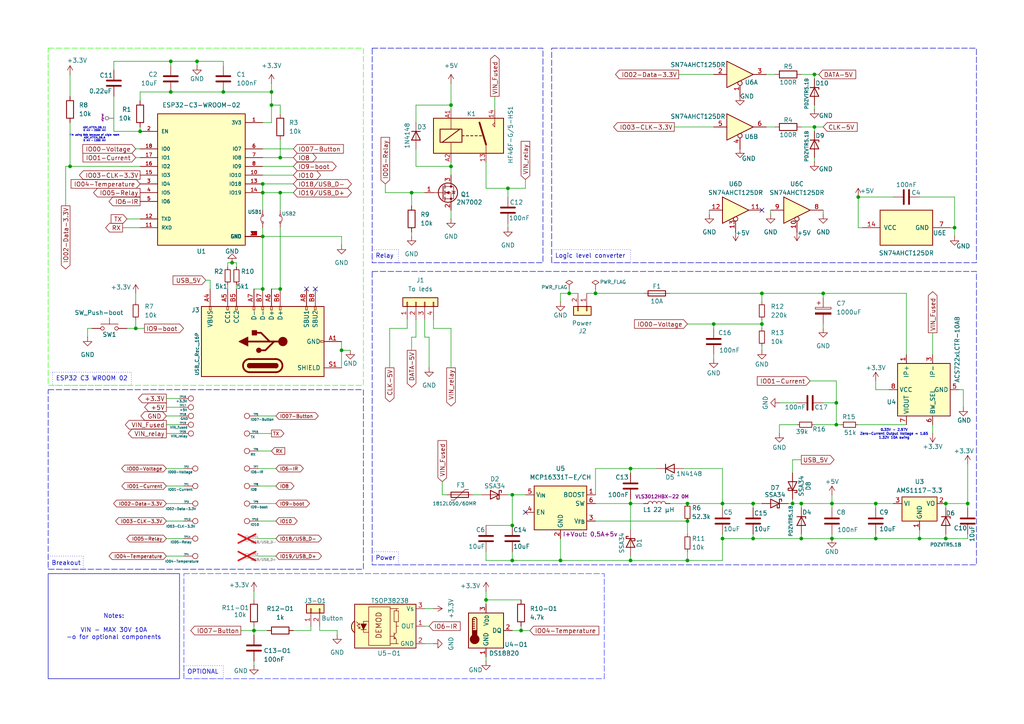
<source format=kicad_sch>
(kicad_sch (version 20231120) (generator "eeschema") (generator_version "8.0")
  (paper "A4")
  (title_block (title "wled_controller") (date "2024-13-09") (company "Drawn by Tomáš Kuchta") (comment 4 "V1"))
  (junction (at 81.28 55.88))
  (junction (at 238.76 85.09))
  (junction (at 78.74 30.48))
  (junction (at 165.1 85.09))
  (junction (at 218.44 146.05))
  (junction (at 248.92 57.15))
  (junction (at 199.39 151.13))
  (junction (at 81.28 45.72))
  (junction (at 182.88 146.05))
  (junction (at 148.59 162.56))
  (junction (at 182.88 162.56))
  (junction (at 130.81 48.26))
  (junction (at 148.59 143.51))
  (junction (at 49.53 26.67))
  (junction (at 130.81 30.48))
  (junction (at 76.2 53.34))
  (junction (at 218.44 156.21))
  (junction (at 147.32 54.61))
  (junction (at 241.3 156.21))
  (junction (at 274.32 156.21))
  (junction (at 236.22 21.59))
  (junction (at 78.74 26.67))
  (junction (at 73.66 182.88))
  (junction (at 39.37 95.25))
  (junction (at 151.13 182.88))
  (junction (at 67.31 76.2))
  (junction (at 64.77 26.67))
  (junction (at 209.55 156.21))
  (junction (at 274.32 146.05))
  (junction (at 232.41 156.21))
  (junction (at 162.56 162.56))
  (junction (at 232.41 146.05))
  (junction (at 209.55 146.05))
  (junction (at 49.53 17.78))
  (junction (at 254 156.21))
  (junction (at 20.32 48.26))
  (junction (at 280.67 146.05))
  (junction (at 220.98 85.09))
  (junction (at 76.2 83.82))
  (junction (at 140.97 173.99))
  (junction (at 242.57 123.19))
  (junction (at 254 146.05))
  (junction (at 207.01 93.98))
  (junction (at 241.3 146.05))
  (junction (at 242.57 116.84))
  (junction (at 199.39 162.56))
  (junction (at 220.98 93.98))
  (junction (at 229.87 146.05))
  (junction (at 76.2 55.88))
  (junction (at 266.7 156.21))
  (junction (at 148.59 152.4))
  (junction (at 199.39 146.05))
  (junction (at 119.38 55.88))
  (junction (at 81.28 83.82))
  (junction (at 57.15 17.78))
  (junction (at 182.88 135.89))
  (junction (at 172.72 85.09))
  (junction (at 40.64 38.1))
  (junction (at 99.06 101.6))
  (junction (at 276.86 66.04))
  (junction (at 236.22 36.83))
  (junction (at 76.2 68.58))
  (no_connect (at 88.9 83.82))
  (no_connect (at 152.4 148.59))
  (no_connect (at 91.44 83.82))
  (no_connect (at 220.98 60.96))
  (wire (pts (xy 125.73 95.25) (xy 125.73 92.71)))
  (wire (pts (xy 274.32 146.05) (xy 274.32 147.32)))
  (wire (pts (xy 151.13 181.61) (xy 151.13 182.88)))
  (wire (pts (xy 118.11 95.25) (xy 113.03 95.25)))
  (wire (pts (xy 119.38 97.79) (xy 119.38 101.6)))
  (wire (pts (xy 119.38 67.31) (xy 119.38 68.58)))
  (wire (pts (xy 232.41 146.05) (xy 232.41 147.32)))
  (wire (pts (xy 40.64 29.21) (xy 40.64 26.67)))
  (wire (pts (xy 120.65 43.18) (xy 120.65 48.26)))
  (wire (pts (xy 33.02 27.94) (xy 33.02 38.1)))
  (wire (pts (xy 266.7 153.67) (xy 266.7 156.21)))
  (wire (pts (xy 76.2 68.58) (xy 76.2 83.82)))
  (wire (pts (xy 270.51 123.19) (xy 270.51 125.73)))
  (wire (pts (xy 80.01 120.65) (xy 74.93 120.65)))
  (wire (pts (xy 262.89 85.09) (xy 262.89 102.87)))
  (wire (pts (xy 78.74 30.48) (xy 78.74 35.56)))
  (wire (pts (xy 137.16 143.51) (xy 139.7 143.51)))
  (wire (pts (xy 33.02 38.1) (xy 40.64 38.1)))
  (wire (pts (xy 220.98 100.33) (xy 220.98 101.6)))
  (wire (pts (xy 241.3 143.51) (xy 241.3 146.05)))
  (wire (pts (xy 248.92 123.19) (xy 262.89 123.19)))
  (wire (pts (xy 73.66 182.88) (xy 69.85 182.88)))
  (wire (pts (xy 199.39 160.02) (xy 199.39 162.56)))
  (wire (pts (xy 140.97 173.99) (xy 140.97 175.26)))
  (wire (pts (xy 172.72 85.09) (xy 186.69 85.09)))
  (wire (pts (xy 80.01 146.05) (xy 74.93 146.05)))
  (wire (pts (xy 48.26 161.29) (xy 53.34 161.29)))
  (wire (pts (xy 128.27 143.51) (xy 129.54 143.51)))
  (wire (pts (xy 172.72 83.82) (xy 172.72 85.09)))
  (wire (pts (xy 152.4 54.61) (xy 147.32 54.61)))
  (wire (pts (xy 80.01 161.29) (xy 74.93 161.29)))
  (wire (pts (xy 170.18 85.09) (xy 172.72 85.09)))
  (wire (pts (xy 99.06 68.58) (xy 99.06 71.12)))
  (wire (pts (xy 254 154.94) (xy 254 156.21)))
  (wire (pts (xy 73.66 182.88) (xy 77.47 182.88)))
  (wire (pts (xy 254 156.21) (xy 266.7 156.21)))
  (wire (pts (xy 172.72 143.51) (xy 172.72 135.89)))
  (wire (pts (xy 266.7 156.21) (xy 274.32 156.21)))
  (wire (pts (xy 49.53 17.78) (xy 57.15 17.78)))
  (wire (pts (xy 60.96 81.28) (xy 60.96 83.82)))
  (wire (pts (xy 152.4 52.07) (xy 152.4 54.61)))
  (wire (pts (xy 220.98 93.98) (xy 220.98 95.25)))
  (wire (pts (xy 48.26 123.19) (xy 52.07 123.19)))
  (wire (pts (xy 205.74 60.96) (xy 205.74 62.23)))
  (wire (pts (xy 39.37 92.71) (xy 39.37 95.25)))
  (wire (pts (xy 148.59 162.56) (xy 162.56 162.56)))
  (wire (pts (xy 92.71 182.88) (xy 92.71 181.61)))
  (wire (pts (xy 199.39 146.05) (xy 209.55 146.05)))
  (wire (pts (xy 125.73 186.69) (xy 123.19 186.69)))
  (wire (pts (xy 124.46 97.79) (xy 123.19 97.79)))
  (wire (pts (xy 232.41 156.21) (xy 241.3 156.21)))
  (wire (pts (xy 81.28 55.88) (xy 85.09 55.88)))
  (wire (pts (xy 64.77 17.78) (xy 64.77 19.05)))
  (wire (pts (xy 76.2 50.8) (xy 85.09 50.8)))
  (wire (pts (xy 111.76 55.88) (xy 119.38 55.88)))
  (wire (pts (xy 232.41 36.83) (xy 236.22 36.83)))
  (wire (pts (xy 274.32 156.21) (xy 280.67 156.21)))
  (wire (pts (xy 140.97 190.5) (xy 140.97 191.77)))
  (wire (pts (xy 130.81 48.26) (xy 130.81 50.8)))
  (wire (pts (xy 231.14 116.84) (xy 226.06 116.84)))
  (wire (pts (xy 140.97 162.56) (xy 148.59 162.56)))
  (wire (pts (xy 232.41 154.94) (xy 232.41 156.21)))
  (wire (pts (xy 220.98 85.09) (xy 238.76 85.09)))
  (wire (pts (xy 76.2 35.56) (xy 78.74 35.56)))
  (wire (pts (xy 36.83 95.25) (xy 39.37 95.25)))
  (wire (pts (xy 266.7 57.15) (xy 276.86 57.15)))
  (wire (pts (xy 33.02 20.32) (xy 33.02 17.78)))
  (wire (pts (xy 198.12 135.89) (xy 209.55 135.89)))
  (wire (pts (xy 236.22 36.83) (xy 236.22 38.1)))
  (wire (pts (xy 229.87 146.05) (xy 228.6 146.05)))
  (wire (pts (xy 57.15 17.78) (xy 57.15 19.05)))
  (wire (pts (xy 147.32 143.51) (xy 148.59 143.51)))
  (wire (pts (xy 73.66 182.88) (xy 73.66 184.15)))
  (wire (pts (xy 73.66 83.82) (xy 76.2 83.82)))
  (wire (pts (xy 270.51 96.52) (xy 270.51 102.87)))
  (wire (pts (xy 241.3 154.94) (xy 241.3 156.21)))
  (wire (pts (xy 81.28 55.88) (xy 81.28 60.96)))
  (wire (pts (xy 81.28 45.72) (xy 85.09 45.72)))
  (wire (pts (xy 236.22 21.59) (xy 236.22 22.86)))
  (wire (pts (xy 218.44 156.21) (xy 232.41 156.21)))
  (wire (pts (xy 238.76 86.36) (xy 238.76 85.09)))
  (wire (pts (xy 80.01 135.89) (xy 74.93 135.89)))
  (wire (pts (xy 81.28 66.04) (xy 81.28 83.82)))
  (wire (pts (xy 119.38 97.79) (xy 120.65 97.79)))
  (wire (pts (xy 73.66 191.77) (xy 73.66 193.04)))
  (wire (pts (xy 148.59 143.51) (xy 152.4 143.51)))
  (wire (pts (xy 140.97 173.99) (xy 140.97 171.45)))
  (wire (pts (xy 254 113.03) (xy 257.81 113.03)))
  (wire (pts (xy 182.88 135.89) (xy 182.88 137.16)))
  (wire (pts (xy 40.64 48.26) (xy 20.32 48.26)))
  (wire (pts (xy 162.56 85.09) (xy 162.56 87.63)))
  (wire (pts (xy 199.39 93.98) (xy 207.01 93.98)))
  (wire (pts (xy 39.37 85.09) (xy 39.37 87.63)))
  (wire (pts (xy 35.56 66.04) (xy 40.64 66.04)))
  (wire (pts (xy 119.38 55.88) (xy 119.38 59.69)))
  (wire (pts (xy 118.11 95.25) (xy 118.11 92.71)))
  (wire (pts (xy 151.13 173.99) (xy 140.97 173.99)))
  (wire (pts (xy 207.01 93.98) (xy 220.98 93.98)))
  (wire (pts (xy 67.31 76.2) (xy 68.58 76.2)))
  (wire (pts (xy 250.19 66.04) (xy 248.92 66.04)))
  (wire (pts (xy 276.86 66.04) (xy 275.59 66.04)))
  (wire (pts (xy 218.44 146.05) (xy 218.44 147.32)))
  (wire (pts (xy 254 146.05) (xy 254 147.32)))
  (wire (pts (xy 276.86 68.58) (xy 276.86 66.04)))
  (wire (pts (xy 49.53 17.78) (xy 49.53 19.05)))
  (wire (pts (xy 143.51 27.94) (xy 143.51 31.75)))
  (wire (pts (xy 66.04 82.55) (xy 66.04 83.82)))
  (wire (pts (xy 234.95 110.49) (xy 242.57 110.49)))
  (wire (pts (xy 182.88 162.56) (xy 199.39 162.56)))
  (wire (pts (xy 76.2 55.88) (xy 76.2 60.96)))
  (wire (pts (xy 241.3 156.21) (xy 254 156.21)))
  (wire (pts (xy 78.74 83.82) (xy 81.28 83.82)))
  (wire (pts (xy 236.22 21.59) (xy 237.49 21.59)))
  (wire (pts (xy 76.2 55.88) (xy 81.28 55.88)))
  (wire (pts (xy 182.88 135.89) (xy 190.5 135.89)))
  (wire (pts (xy 182.88 146.05) (xy 182.88 153.67)))
  (wire (pts (xy 123.19 97.79) (xy 123.19 92.71)))
  (wire (pts (xy 148.59 143.51) (xy 148.59 152.4)))
  (wire (pts (xy 222.25 36.83) (xy 224.79 36.83)))
  (wire (pts (xy 40.64 36.83) (xy 40.64 38.1)))
  (wire (pts (xy 48.26 135.89) (xy 53.34 135.89)))
  (wire (pts (xy 140.97 54.61) (xy 147.32 54.61)))
  (wire (pts (xy 76.2 43.18) (xy 85.09 43.18)))
  (wire (pts (xy 57.15 17.78) (xy 64.77 17.78)))
  (wire (pts (xy 147.32 57.15) (xy 147.32 54.61)))
  (wire (pts (xy 120.65 30.48) (xy 130.81 30.48)))
  (wire (pts (xy 120.65 48.26) (xy 130.81 48.26)))
  (wire (pts (xy 236.22 123.19) (xy 242.57 123.19)))
  (wire (pts (xy 140.97 46.99) (xy 140.97 54.61)))
  (wire (pts (xy 209.55 146.05) (xy 209.55 147.32)))
  (wire (pts (xy 226.06 123.19) (xy 231.14 123.19)))
  (wire (pts (xy 222.25 21.59) (xy 224.79 21.59)))
  (wire (pts (xy 254 146.05) (xy 259.08 146.05)))
  (wire (pts (xy 151.13 182.88) (xy 153.67 182.88)))
  (wire (pts (xy 218.44 146.05) (xy 220.98 146.05)))
  (wire (pts (xy 39.37 95.25) (xy 41.91 95.25)))
  (wire (pts (xy 48.26 146.05) (xy 53.34 146.05)))
  (wire (pts (xy 226.06 125.73) (xy 226.06 123.19)))
  (wire (pts (xy 74.93 125.73) (xy 78.74 125.73)))
  (wire (pts (xy 36.83 63.5) (xy 40.64 63.5)))
  (wire (pts (xy 140.97 152.4) (xy 148.59 152.4)))
  (wire (pts (xy 80.01 151.13) (xy 74.93 151.13)))
  (wire (pts (xy 147.32 64.77) (xy 147.32 66.04)))
  (wire (pts (xy 66.04 76.2) (xy 67.31 76.2)))
  (wire (pts (xy 25.4 97.79) (xy 25.4 95.25)))
  (wire (pts (xy 19.05 48.26) (xy 20.32 48.26)))
  (wire (pts (xy 73.66 181.61) (xy 73.66 182.88)))
  (wire (pts (xy 242.57 110.49) (xy 242.57 116.84)))
  (wire (pts (xy 20.32 48.26) (xy 20.32 35.56)))
  (wire (pts (xy 232.41 21.59) (xy 236.22 21.59)))
  (wire (pts (xy 48.26 118.11) (xy 52.07 118.11)))
  (wire (pts (xy 196.85 21.59) (xy 207.01 21.59)))
  (wire (pts (xy 40.64 26.67) (xy 49.53 26.67)))
  (wire (pts (xy 124.46 181.61) (xy 123.19 181.61)))
  (wire (pts (xy 209.55 156.21) (xy 218.44 156.21)))
  (wire (pts (xy 49.53 26.67) (xy 64.77 26.67)))
  (wire (pts (xy 99.06 99.06) (xy 99.06 101.6)))
  (wire (pts (xy 48.26 125.73) (xy 52.07 125.73)))
  (wire (pts (xy 90.17 182.88) (xy 90.17 181.61)))
  (wire (pts (xy 182.88 144.78) (xy 182.88 146.05)))
  (wire (pts (xy 20.32 21.59) (xy 20.32 27.94)))
  (wire (pts (xy 76.2 66.04) (xy 76.2 68.58)))
  (wire (pts (xy 148.59 182.88) (xy 151.13 182.88)))
  (wire (pts (xy 33.02 17.78) (xy 49.53 17.78)))
  (wire (pts (xy 39.37 43.18) (xy 40.64 43.18)))
  (wire (pts (xy 280.67 134.62) (xy 280.67 146.05)))
  (wire (pts (xy 194.31 146.05) (xy 199.39 146.05)))
  (wire (pts (xy 130.81 46.99) (xy 130.81 48.26)))
  (wire (pts (xy 243.84 123.19) (xy 242.57 123.19)))
  (wire (pts (xy 48.26 115.57) (xy 52.07 115.57)))
  (wire (pts (xy 199.39 151.13) (xy 199.39 154.94)))
  (wire (pts (xy 48.26 140.97) (xy 53.34 140.97)))
  (wire (pts (xy 165.1 85.09) (xy 162.56 85.09)))
  (wire (pts (xy 238.76 95.25) (xy 238.76 93.98)))
  (wire (pts (xy 162.56 162.56) (xy 162.56 156.21)))
  (wire (pts (xy 130.81 95.25) (xy 130.81 106.68)))
  (wire (pts (xy 236.22 45.72) (xy 236.22 46.99)))
  (wire (pts (xy 81.28 33.02) (xy 81.28 30.48)))
  (wire (pts (xy 25.4 95.25) (xy 26.67 95.25)))
  (wire (pts (xy 236.22 30.48) (xy 236.22 31.75)))
  (wire (pts (xy 74.93 130.81) (xy 78.74 130.81)))
  (wire (pts (xy 85.09 182.88) (xy 90.17 182.88)))
  (wire (pts (xy 97.79 182.88) (xy 97.79 184.15)))
  (wire (pts (xy 274.32 154.94) (xy 274.32 156.21)))
  (wire (pts (xy 130.81 30.48) (xy 130.81 31.75)))
  (wire (pts (xy 130.81 95.25) (xy 125.73 95.25)))
  (wire (pts (xy 128.27 143.51) (xy 128.27 139.7)))
  (wire (pts (xy 207.01 102.87) (xy 207.01 104.14)))
  (wire (pts (xy 182.88 161.29) (xy 182.88 162.56)))
  (wire (pts (xy 236.22 36.83) (xy 238.76 36.83)))
  (wire (pts (xy 207.01 95.25) (xy 207.01 93.98)))
  (wire (pts (xy 238.76 60.96) (xy 238.76 62.23)))
  (wire (pts (xy 124.46 97.79) (xy 124.46 106.68)))
  (wire (pts (xy 80.01 156.21) (xy 74.93 156.21)))
  (wire (pts (xy 113.03 95.25) (xy 113.03 106.68)))
  (wire (pts (xy 165.1 83.82) (xy 165.1 85.09)))
  (wire (pts (xy 73.66 171.45) (xy 73.66 173.99)))
  (wire (pts (xy 248.92 57.15) (xy 259.08 57.15)))
  (wire (pts (xy 172.72 151.13) (xy 199.39 151.13)))
  (wire (pts (xy 148.59 162.56) (xy 148.59 160.02)))
  (wire (pts (xy 78.74 24.13) (xy 78.74 26.67)))
  (wire (pts (xy 220.98 85.09) (xy 220.98 87.63)))
  (wire (pts (xy 278.13 113.03) (xy 279.4 113.03)))
  (wire (pts (xy 229.87 133.35) (xy 229.87 137.16)))
  (wire (pts (xy 182.88 146.05) (xy 186.69 146.05)))
  (wire (pts (xy 59.69 81.28) (xy 60.96 81.28)))
  (wire (pts (xy 254 113.03) (xy 254 110.49)))
  (wire (pts (xy 167.64 85.09) (xy 165.1 85.09)))
  (wire (pts (xy 130.81 24.13) (xy 130.81 30.48)))
  (wire (pts (xy 111.76 53.34) (xy 111.76 55.88)))
  (wire (pts (xy 241.3 146.05) (xy 254 146.05)))
  (wire (pts (xy 64.77 26.67) (xy 78.74 26.67)))
  (wire (pts (xy 195.58 36.83) (xy 207.01 36.83)))
  (wire (pts (xy 120.65 35.56) (xy 120.65 30.48)))
  (wire (pts (xy 209.55 135.89) (xy 209.55 146.05)))
  (wire (pts (xy 48.26 156.21) (xy 53.34 156.21)))
  (wire (pts (xy 276.86 57.15) (xy 276.86 66.04)))
  (wire (pts (xy 130.81 60.96) (xy 130.81 63.5)))
  (wire (pts (xy 229.87 146.05) (xy 232.41 146.05)))
  (wire (pts (xy 172.72 146.05) (xy 182.88 146.05)))
  (wire (pts (xy 99.06 101.6) (xy 99.06 106.68)))
  (wire (pts (xy 199.39 162.56) (xy 209.55 162.56)))
  (wire (pts (xy 81.28 45.72) (xy 81.28 40.64)))
  (wire (pts (xy 76.2 53.34) (xy 85.09 53.34)))
  (wire (pts (xy 238.76 116.84) (xy 242.57 116.84)))
  (wire (pts (xy 76.2 45.72) (xy 81.28 45.72)))
  (wire (pts (xy 232.41 146.05) (xy 241.3 146.05)))
  (wire (pts (xy 66.04 76.2) (xy 66.04 77.47)))
  (wire (pts (xy 223.52 60.96) (xy 223.52 62.23)))
  (wire (pts (xy 209.55 154.94) (xy 209.55 156.21)))
  (wire (pts (xy 242.57 116.84) (xy 242.57 123.19)))
  (wire (pts (xy 280.67 154.94) (xy 280.67 156.21)))
  (wire (pts (xy 194.31 85.09) (xy 220.98 85.09)))
  (wire (pts (xy 68.58 82.55) (xy 68.58 83.82)))
  (wire (pts (xy 248.92 66.04) (xy 248.92 57.15)))
  (wire (pts (xy 220.98 92.71) (xy 220.98 93.98)))
  (wire (pts (xy 232.41 133.35) (xy 229.87 133.35)))
  (wire (pts (xy 209.55 146.05) (xy 218.44 146.05)))
  (wire (pts (xy 81.28 30.48) (xy 78.74 30.48)))
  (wire (pts (xy 76.2 68.58) (xy 99.06 68.58)))
  (wire (pts (xy 218.44 154.94) (xy 218.44 156.21)))
  (wire (pts (xy 238.76 85.09) (xy 262.89 85.09)))
  (wire (pts (xy 120.65 92.71) (xy 120.65 97.79)))
  (wire (pts (xy 19.05 48.26) (xy 19.05 59.69)))
  (wire (pts (xy 274.32 146.05) (xy 280.67 146.05)))
  (wire (pts (xy 123.19 55.88) (xy 119.38 55.88)))
  (wire (pts (xy 99.06 101.6) (xy 101.6 101.6)))
  (wire (pts (xy 48.26 151.13) (xy 53.34 151.13)))
  (wire (pts (xy 279.4 113.03) (xy 279.4 118.11)))
  (wire (pts (xy 140.97 162.56) (xy 140.97 160.02)))
  (wire (pts (xy 162.56 162.56) (xy 182.88 162.56)))
  (wire (pts (xy 209.55 162.56) (xy 209.55 156.21)))
  (wire (pts (xy 280.67 147.32) (xy 280.67 146.05)))
  (wire (pts (xy 76.2 53.34) (xy 76.2 55.88)))
  (wire (pts (xy 172.72 135.89) (xy 182.88 135.89)))
  (wire (pts (xy 229.87 144.78) (xy 229.87 146.05)))
  (wire (pts (xy 241.3 146.05) (xy 241.3 147.32)))
  (wire (pts (xy 125.73 176.53) (xy 123.19 176.53)))
  (wire (pts (xy 76.2 48.26) (xy 85.09 48.26)))
  (wire (pts (xy 39.37 45.72) (xy 40.64 45.72)))
  (wire (pts (xy 68.58 76.2) (xy 68.58 77.47)))
  (wire (pts (xy 80.01 140.97) (xy 74.93 140.97)))
  (wire (pts (xy 78.74 26.67) (xy 78.74 30.48)))
  (wire (pts (xy 92.71 182.88) (xy 97.79 182.88)))
  (wire (pts (xy 48.26 120.65) (xy 52.07 120.65)))
  (rectangle (start 107.95 13.97) (end 157.48 76.2) (stroke (width 0) (type dash)))
  (rectangle (start 13.97 113.03) (end 105.41 165.1) (stroke (width 0) (type dash)))
  (rectangle (start 107.95 78.74) (end 283.21 163.83) (stroke (width 0) (type dash)))
  (rectangle (start 53.34 166.37) (end 175.26 196.85) (stroke (width 0) (type dash) (color 52 60 255 1)))
  (rectangle (start 13.97 13.97) (end 105.41 111.76) (stroke (width 0) (type dash) (color 36 255 0 1)))
  (rectangle (start 160.02 13.97) (end 283.21 76.2) (stroke (width 0) (type dash)))
  (text_box "Notes:\n\nVIN - MAX 30V 10A\n-o for optional components" (at 13.97 166.37 0) (size 38.1 30.48) (effects (font (size 1.27 1.27))))
  (text_box "Relay" (at 107.95 72.39 0) (size 7.62 3.81) (stroke (width 0) (type dot)) (effects (font (size 1.27 1.27)) (justify left top)))
  (text_box "Breakout" (at 13.97 161.29 0) (size 10.16 3.81) (stroke (width 0) (type dot)) (effects (font (size 1.27 1.27)) (justify left)))
  (text_box "ESP32 ­C3 ­WROOM ­02" (at 15.24 107.95 0) (size 22.86 3.81) (stroke (width 0) (type dot)) (effects (font (size 1.27 1.27)) (justify left top)))
  (text_box "Power" (at 107.95 160.02 0) (size 7.62 3.81) (stroke (width 0) (type dot)) (effects (font (size 1.27 1.27)) (justify left top)))
  (text_box "OPTIONAL" (at 53.34 193.04 0) (size 11.43 3.81) (stroke (width 0) (type dot)) (effects (font (size 1.27 1.27)) (justify left top)))
  (text_box "Logic level converter" (at 160.02 72.39 0) (size 22.86 3.81) (stroke (width 0) (type dot)) (effects (font (size 1.27 1.27)) (justify left top)))
  (text "ADC_ATTEN_DB_11\n0 mV ~ 2500 mV" (at 27.432 37.592 0) (effects (font (size 0.5 0.5))))
  (text "0.33V - 2.97V\nZero-Current Output Voltage = 1.65\n1.32V 10A swing" (at 259.334 125.984 0) (effects (font (size 0.7 0.7))))
  (text "I'm using 6db because of wigle room\nADC_ATTEN_DB_6\n0 mV ~ 1300 mV" (at 27.432 40.132 0) (effects (font (size 0.5 0.5))))
  (global_label "TX" (shape input) (at 36.83 63.5 180) (property "Intersheetrefs" "${INTERSHEET_REFS}" (effects (hide yes))))
  (global_label "IO03-CLK-3.3V" (shape bidirectional) (at 48.26 151.13 180) (effects (font (size 1 1))) (property "Intersheetrefs" "${INTERSHEET_REFS}" (effects (hide yes))))
  (global_label "IO19{slash}USB_D+" (shape bidirectional) (at 80.01 161.29 0) (effects (font (size 1 1))) (property "Intersheetrefs" "${INTERSHEET_REFS}" (effects (hide yes))))
  (global_label "DATA-5V" (shape output) (at 119.38 101.6 270) (property "Intersheetrefs" "${INTERSHEET_REFS}" (effects (hide yes))))
  (global_label "IO6-IR" (shape output) (at 40.64 58.42 180) (property "Intersheetrefs" "${INTERSHEET_REFS}" (effects (hide yes))))
  (global_label "IO07-Button" (shape bidirectional) (at 80.01 120.65 0) (effects (font (size 1 1))) (property "Intersheetrefs" "${INTERSHEET_REFS}" (effects (hide yes))))
  (global_label "IO05-Relay" (shape input) (at 111.76 53.34 90) (property "Intersheetrefs" "${INTERSHEET_REFS}" (effects (hide yes))))
  (global_label "IO10" (shape bidirectional) (at 80.01 151.13 0) (effects (font (size 1 1))) (property "Intersheetrefs" "${INTERSHEET_REFS}" (effects (hide yes))))
  (global_label "IO10" (shape bidirectional) (at 85.09 50.8 0) (property "Intersheetrefs" "${INTERSHEET_REFS}" (effects (hide yes))))
  (global_label "IO00-Voltage" (shape input) (at 199.39 93.98 180) (property "Intersheetrefs" "${INTERSHEET_REFS}" (effects (hide yes))))
  (global_label "IO07-Button" (shape output) (at 69.85 182.88 180) (property "Intersheetrefs" "${INTERSHEET_REFS}" (effects (hide yes))))
  (global_label "IO00-Voltage" (shape input) (at 39.37 43.18 180) (property "Intersheetrefs" "${INTERSHEET_REFS}" (effects (hide yes))))
  (global_label "DATA-5V" (shape input) (at 237.49 21.59 0) (property "Intersheetrefs" "${INTERSHEET_REFS}" (effects (hide yes))))
  (global_label "RX" (shape input) (at 78.74 130.81 0) (effects (font (size 1 1))) (property "Intersheetrefs" "${INTERSHEET_REFS}" (effects (hide yes))))
  (global_label "CLK-5V" (shape input) (at 238.76 36.83 0) (property "Intersheetrefs" "${INTERSHEET_REFS}" (effects (hide yes))))
  (global_label "+5V" (shape output) (at 48.26 118.11 180) (property "Intersheetrefs" "${INTERSHEET_REFS}" (effects (hide yes))))
  (global_label "+3.3V" (shape output) (at 48.26 115.57 180) (property "Intersheetrefs" "${INTERSHEET_REFS}" (effects (hide yes))))
  (global_label "IO19{slash}USB_D+" (shape bidirectional) (at 85.09 55.88 0) (property "Intersheetrefs" "${INTERSHEET_REFS}" (effects (hide yes))))
  (global_label "IO8" (shape bidirectional) (at 80.01 140.97 0) (effects (font (size 1 1))) (property "Intersheetrefs" "${INTERSHEET_REFS}" (effects (hide yes))))
  (global_label "IO02-Data-3.3V" (shape output) (at 196.85 21.59 180) (property "Intersheetrefs" "${INTERSHEET_REFS}" (effects (hide yes))))
  (global_label "IO9-boot" (shape bidirectional) (at 80.01 146.05 0) (effects (font (size 1 1))) (property "Intersheetrefs" "${INTERSHEET_REFS}" (effects (hide yes))))
  (global_label "IO05-Relay" (shape bidirectional) (at 48.26 156.21 180) (effects (font (size 1 1))) (property "Intersheetrefs" "${INTERSHEET_REFS}" (effects (hide yes))))
  (global_label "VIN_Fused" (shape output) (at 270.51 96.52 90) (property "Intersheetrefs" "${INTERSHEET_REFS}" (effects (hide yes))))
  (global_label "IO9-boot" (shape output) (at 41.91 95.25 0) (property "Intersheetrefs" "${INTERSHEET_REFS}" (effects (hide yes))))
  (global_label "VIN_Fused" (shape output) (at 48.26 123.19 180) (property "Intersheetrefs" "${INTERSHEET_REFS}" (effects (hide yes))))
  (global_label "IO18{slash}USB_D-" (shape bidirectional) (at 85.09 53.34 0) (property "Intersheetrefs" "${INTERSHEET_REFS}" (effects (hide yes))))
  (global_label "VIN_relay" (shape output) (at 48.26 125.73 180) (property "Intersheetrefs" "${INTERSHEET_REFS}" (effects (hide yes))))
  (global_label "IO01-Current" (shape bidirectional) (at 48.26 140.97 180) (effects (font (size 1 1))) (property "Intersheetrefs" "${INTERSHEET_REFS}" (effects (hide yes))))
  (global_label "IO02-Data-3.3V" (shape bidirectional) (at 48.26 146.05 180) (effects (font (size 1 1))) (property "Intersheetrefs" "${INTERSHEET_REFS}" (effects (hide yes))))
  (global_label "IO9-boot" (shape bidirectional) (at 85.09 48.26 0) (property "Intersheetrefs" "${INTERSHEET_REFS}" (effects (hide yes))))
  (global_label "IO00-Voltage" (shape bidirectional) (at 48.26 135.89 180) (effects (font (size 1 1))) (property "Intersheetrefs" "${INTERSHEET_REFS}" (effects (hide yes))))
  (global_label "IO07-Button" (shape input) (at 85.09 43.18 0) (property "Intersheetrefs" "${INTERSHEET_REFS}" (effects (hide yes))))
  (global_label "IO04-Temperature" (shape input) (at 153.67 182.88 0) (property "Intersheetrefs" "${INTERSHEET_REFS}" (effects (hide yes))))
  (global_label "USB_5V" (shape output) (at 232.41 133.35 0) (property "Intersheetrefs" "${INTERSHEET_REFS}" (effects (hide yes))))
  (global_label "IO18{slash}USB_D-" (shape bidirectional) (at 80.01 156.21 0) (effects (font (size 1 1))) (property "Intersheetrefs" "${INTERSHEET_REFS}" (effects (hide yes))))
  (global_label "IO01-Current" (shape input) (at 39.37 45.72 180) (property "Intersheetrefs" "${INTERSHEET_REFS}" (effects (hide yes))))
  (global_label "IO05-Relay" (shape output) (at 40.64 55.88 180) (property "Intersheetrefs" "${INTERSHEET_REFS}" (effects (hide yes))))
  (global_label "TX" (shape output) (at 78.74 125.73 0) (effects (font (size 1 1))) (property "Intersheetrefs" "${INTERSHEET_REFS}" (effects (hide yes))))
  (global_label "VIN_relay" (shape output) (at 130.81 106.68 270) (property "Intersheetrefs" "${INTERSHEET_REFS}" (effects (hide yes))))
  (global_label "IO6-IR" (shape input) (at 124.46 181.61 0) (property "Intersheetrefs" "${INTERSHEET_REFS}" (effects (hide yes))))
  (global_label "VIN_Fused" (shape output) (at 143.51 27.94 90) (property "Intersheetrefs" "${INTERSHEET_REFS}" (effects (hide yes))))
  (global_label "IO04-Temperature" (shape bidirectional) (at 48.26 161.29 180) (effects (font (size 1 1))) (property "Intersheetrefs" "${INTERSHEET_REFS}" (effects (hide yes))))
  (global_label "RX" (shape output) (at 35.56 66.04 180) (property "Intersheetrefs" "${INTERSHEET_REFS}" (effects (hide yes))))
  (global_label "IO01-Current" (shape input) (at 234.95 110.49 180) (property "Intersheetrefs" "${INTERSHEET_REFS}" (effects (hide yes))))
  (global_label "IO6-IR" (shape bidirectional) (at 80.01 135.89 0) (effects (font (size 1 1))) (property "Intersheetrefs" "${INTERSHEET_REFS}" (effects (hide yes))))
  (global_label "IO04-Temperature" (shape input) (at 40.64 53.34 180) (property "Intersheetrefs" "${INTERSHEET_REFS}" (effects (hide yes))))
  (global_label "USB_5V" (shape input) (at 59.69 81.28 180) (property "Intersheetrefs" "${INTERSHEET_REFS}" (effects (hide yes))))
  (global_label "IO03-CLK-3.3V" (shape output) (at 40.64 50.8 180) (property "Intersheetrefs" "${INTERSHEET_REFS}" (effects (hide yes))))
  (global_label "IO8" (shape bidirectional) (at 85.09 45.72 0) (property "Intersheetrefs" "${INTERSHEET_REFS}" (effects (hide yes))))
  (global_label "CLK-5V" (shape output) (at 113.03 106.68 270) (property "Intersheetrefs" "${INTERSHEET_REFS}" (effects (hide yes))))
  (global_label "IO02-Data-3.3V" (shape output) (at 19.05 59.69 270) (property "Intersheetrefs" "${INTERSHEET_REFS}" (effects (hide yes))))
  (global_label "VIN_Fused" (shape input) (at 128.27 139.7 90) (property "Intersheetrefs" "${INTERSHEET_REFS}" (effects (hide yes))))
  (global_label "IO03-CLK-3.3V" (shape output) (at 195.58 36.83 180) (property "Intersheetrefs" "${INTERSHEET_REFS}" (effects (hide yes))))
  (global_label "VIN_relay" (shape input) (at 152.4 52.07 90) (property "Intersheetrefs" "${INTERSHEET_REFS}" (effects (hide yes))))
  (global_label "GND" (shape bidirectional) (at 48.26 120.65 180) (property "Intersheetrefs" "${INTERSHEET_REFS}" (effects (hide yes))))
  (netclass_flag "" (length 2) (shape round) (at 33.02 34.29 90) (property "Netclass" "signal" (at 29.718 35.306 90) (effects (font (size 0.5 0.5) (italic yes)) (justify left))))
  (symbol (lib_id "Connector_Generic:Conn_01x04") (at 120.65 87.63 90) (unit 1)
    (property "Reference" "J1" (at 121.92 81.28 90))
    (property "Value" "To leds" (at 121.92 83.82 90))
    (property "Description" "Generic connector, single row, 01x04, script generated (kicad-library-utils/schlib/autogen/connector/)" (effects (hide yes)))
  )
  (symbol (lib_id "power:+5V") (at 213.36 67.31 180) (unit 1)
    (property "Reference" "#PWR040" (effects (hide yes)))
    (property "Value" "+5V" (at 215.392 67.564 0))
    (property "Description" "Power symbol creates a global label with name \"+5V\"" (effects (hide yes)))
  )
  (symbol (lib_id "Connector:TestPoint") (at 74.93 156.21 90) (mirror x) (unit 1) (in_bom no) (on_board no) (dnp yes)
    (property "Reference" "TP11" (at 74.93 155.702 90) (effects (font (size 0.5 0.5)) (justify left)))
    (property "Value" "IO18/USB_D-" (at 72.644 157.226 90) (effects (font (size 0.7 0.7)) (justify right)))
    (property "Footprint" "TestPoint:TestPoint_Pad_D2.0mm" (effects (hide yes)))
    (property "Description" "test point" (effects (hide yes)))
  )
  (symbol (lib_id "Device:R_Small") (at 246.38 123.19 270) (mirror x) (unit 1)
    (property "Reference" "R15" (at 248.158 120.904 90) (effects (justify right)))
    (property "Value" "51k" (at 248.412 125.476 90) (effects (justify right)))
    (property "Footprint" "Resistor_SMD:R_0805_2012Metric_Pad1.20x1.40mm_HandSolder" (effects (hide yes)))
    (property "Description" "Resistor, small symbol" (effects (hide yes)))
  )
  (symbol (lib_id "Device:C") (at 64.77 22.86 0) (unit 1)
    (property "Reference" "C1" (at 68.58 21.5899 0) (effects (justify left)))
    (property "Value" "100nF" (at 68.58 24.1299 0) (effects (justify left)))
    (property "Footprint" "Capacitor_SMD:C_0805_2012Metric_Pad1.18x1.45mm_HandSolder" (effects (hide yes)))
    (property "Description" "Unpolarized capacitor" (effects (hide yes)))
  )
  (symbol (lib_id "Connector:TestPoint") (at 74.93 130.81 90) (mirror x) (unit 1) (in_bom no)
    (property "Reference" "TP6" (at 74.93 130.302 90) (effects (font (size 0.5 0.5)) (justify left)))
    (property "Value" "RX" (at 72.644 131.826 90) (effects (font (size 0.7 0.7)) (justify right)))
    (property "Footprint" "TestPoint:TestPoint_Pad_D2.0mm" (effects (hide yes)))
    (property "Description" "test point" (effects (hide yes)))
  )
  (symbol (lib_id "power:GND") (at 124.46 106.68 0) (unit 1)
    (property "Reference" "#PWR013" (effects (hide yes)))
    (property "Value" "GND" (at 124.46 111.76 0))
    (property "Description" "Power symbol creates a global label with name \"GND\" , ground" (effects (hide yes)))
  )
  (symbol (lib_id "Device:C") (at 182.88 140.97 0) (mirror y) (unit 1)
    (property "Reference" "C13" (at 182.372 138.43 0) (effects (justify left)))
    (property "Value" "100nF" (at 182.372 143.51 0) (effects (justify left)))
    (property "Footprint" "Capacitor_SMD:C_0805_2012Metric_Pad1.18x1.45mm_HandSolder" (effects (hide yes)))
    (property "Description" "Unpolarized capacitor" (effects (hide yes)))
  )
  (symbol (lib_id "Device:R") (at 81.28 182.88 90) (unit 1)
    (property "Reference" "R12-O1" (at 81.28 176.53 90))
    (property "Value" "1k" (at 81.28 179.07 90))
    (property "Footprint" "Resistor_SMD:R_0805_2012Metric_Pad1.20x1.40mm_HandSolder" (effects (hide yes)))
    (property "Description" "Resistor" (effects (hide yes)))
  )
  (symbol (lib_id "power:+5V") (at 130.81 24.13 0) (unit 1)
    (property "Reference" "#PWR026" (effects (hide yes)))
    (property "Value" "+5V" (at 130.81 19.05 0))
    (property "Description" "Power symbol creates a global label with name \"+5V\"" (effects (hide yes)))
  )
  (symbol (lib_id "power:+3.3V") (at 270.51 125.73 180) (unit 1)
    (property "Reference" "#PWR018" (effects (hide yes)))
    (property "Value" "+3.3V" (at 270.51 129.54 0))
    (property "Description" "Power symbol creates a global label with name \"+3.3V\"" (effects (hide yes)))
  )
  (symbol (lib_id "Device:C") (at 147.32 60.96 0) (unit 1)
    (property "Reference" "C12" (at 147.828 58.674 0) (effects (justify left)))
    (property "Value" "100nF" (at 147.574 63.246 0) (effects (justify left)))
    (property "Footprint" "Capacitor_SMD:C_0805_2012Metric_Pad1.18x1.45mm_HandSolder" (effects (hide yes)))
    (property "Description" "Unpolarized capacitor" (effects (hide yes)))
  )
  (symbol (lib_id "Device:Polyfuse") (at 133.35 143.51 90) (unit 1)
    (property "Reference" "F3" (at 133.604 140.716 90))
    (property "Value" "1812L050/60MR" (at 131.826 146.05 90) (effects (font (size 1 1))))
    (property "Footprint" "footprints:FUSE_1812L200_12DR" (effects (hide yes)))
    (property "Datasheet" "https://www.littelfuse.com/~/media/electronics/datasheets/resettable_ptcs/littelfuse_ptc_1812l_datasheet.pdf.pdf" (effects (hide yes)))
    (property "Description" "Resettable fuse, polymeric positive temperature coefficient" (effects (hide yes)))
    (property "Can be found at" "https://www.digikey.com/en/products/detail/littelfuse-inc/1812L075-33DR/2023964" (effects (hide yes)))
    (property "alternative Can be found at" "https://www.digikey.cz/en/products/detail/bel-fuse-inc/0ZCG0110CF2B/6210544" (effects (hide yes)))
  )
  (symbol (lib_id "74xx:74AHCT125") (at 214.63 36.83 0) (unit 2)
    (property "Reference" "U6" (at 217.932 39.624 0))
    (property "Value" "SN74AHCT125DR" (at 202.438 33.782 0))
    (property "Footprint" "Package_SO:SOIC-14_3.9x8.7mm_P1.27mm" (effects (hide yes)))
    (property "Datasheet" "https://www.ti.com/lit/ds/symlink/sn74ahct125.pdf" (effects (hide yes)))
    (property "Description" "Quadruple Bus Buffer Gates With 3-State Outputs" (effects (hide yes)))
  )
  (symbol (lib_id "power:GND") (at 220.98 101.6 0) (unit 1)
    (property "Reference" "#PWR017" (effects (hide yes)))
    (property "Value" "GND" (at 220.98 105.664 0))
    (property "Description" "Power symbol creates a global label with name \"GND\" , ground" (effects (hide yes)))
  )
  (symbol (lib_id "Device:D_Zener") (at 236.22 41.91 270) (unit 1)
    (property "Reference" "D9" (at 236.474 39.37 90) (effects (justify left)))
    (property "Value" "PDZVTR5.1B" (at 233.934 37.846 0) (effects (font (size 1 1)) (justify left)))
    (property "Footprint" "Diode_SMD:D_SOD-128" (effects (hide yes)))
    (property "Description" "Zener diode" (effects (hide yes)))
  )
  (symbol (lib_id "power:GND") (at 130.81 63.5 0) (unit 1)
    (property "Reference" "#PWR024" (effects (hide yes)))
    (property "Value" "GND" (at 130.81 68.58 0))
    (property "Description" "Power symbol creates a global label with name \"GND\" , ground" (effects (hide yes)))
  )
  (symbol (lib_id "Device:C") (at 49.53 22.86 0) (mirror y) (unit 1)
    (property "Reference" "C2" (at 45.72 21.5899 0) (effects (justify left)))
    (property "Value" "10uF" (at 45.72 24.1299 0) (effects (justify left)))
    (property "Footprint" "Capacitor_SMD:C_0805_2012Metric_Pad1.18x1.45mm_HandSolder" (effects (hide yes)))
    (property "Description" "Unpolarized capacitor" (effects (hide yes)))
  )
  (symbol (lib_id "power:GND") (at 279.4 118.11 0) (unit 1)
    (property "Reference" "#PWR027" (effects (hide yes)))
    (property "Value" "GND" (at 279.654 121.92 0))
    (property "Description" "Power symbol creates a global label with name \"GND\" , ground" (effects (hide yes)))
  )
  (symbol (lib_id "Device:C") (at 241.3 151.13 0) (unit 1)
    (property "Reference" "C8" (at 242.57 148.59 0) (effects (justify left)))
    (property "Value" "100nF" (at 242.824 153.67 0) (effects (justify left)))
    (property "Footprint" "Capacitor_SMD:C_0805_2012Metric_Pad1.18x1.45mm_HandSolder" (effects (hide yes)))
    (property "Description" "Unpolarized capacitor" (effects (hide yes)))
  )
  (symbol (lib_id "power:+5V") (at 241.3 143.51 0) (unit 1)
    (property "Reference" "#PWR015" (effects (hide yes)))
    (property "Value" "+5V" (at 239.268 139.7 0) (effects (justify left)))
    (property "Description" "Power symbol creates a global label with name \"+5V\"" (effects (hide yes)))
  )
  (symbol (lib_id "Device:D") (at 120.65 39.37 90) (mirror x) (unit 1)
    (property "Reference" "D3" (at 123.698 36.83 90) (effects (justify left)))
    (property "Value" "1N4148" (at 118.11 35.56 0) (effects (justify left)))
    (property "Footprint" "Diode_SMD:D_SOD-123" (effects (hide yes)))
    (property "Description" "Diode" (effects (hide yes)))
    (property "Sim.Device" "D" (effects (hide yes)))
    (property "Sim.Pins" "1=K 2=A" (effects (hide yes)))
  )
  (symbol (lib_id "power:GND") (at 97.79 184.15 0) (unit 1)
    (property "Reference" "#PWR032" (effects (hide yes)))
    (property "Value" "GND" (at 97.79 189.23 0))
    (property "Description" "Power symbol creates a global label with name \"GND\" , ground" (effects (hide yes)))
  )
  (symbol (lib_id "Device:R_Small") (at 66.04 80.01 0) (unit 1)
    (property "Reference" "R2" (at 64.77 78.74 0) (effects (justify right)))
    (property "Value" "5k1" (at 66.04 83.058 0) (effects (justify right)))
    (property "Footprint" "Resistor_SMD:R_0805_2012Metric_Pad1.20x1.40mm_HandSolder" (effects (hide yes)))
    (property "Description" "Resistor, small symbol" (effects (hide yes)))
  )
  (symbol (lib_id "Device:R") (at 81.28 36.83 0) (unit 1)
    (property "Reference" "R3" (at 83.82 35.5599 0) (effects (justify left)))
    (property "Value" "10k" (at 83.82 38.0999 0) (effects (justify left)))
    (property "Footprint" "Resistor_SMD:R_0805_2012Metric_Pad1.20x1.40mm_HandSolder" (effects (hide yes)))
    (property "Description" "Resistor" (effects (hide yes)))
  )
  (symbol (lib_id "Connector:TestPoint") (at 74.93 151.13 90) (mirror x) (unit 1) (in_bom no)
    (property "Reference" "TP10" (at 74.93 150.622 90) (effects (font (size 0.5 0.5)) (justify left)))
    (property "Value" "IO10" (at 72.644 152.146 90) (effects (font (size 0.7 0.7)) (justify right)))
    (property "Footprint" "TestPoint:TestPoint_Pad_D2.0mm" (effects (hide yes)))
    (property "Description" "test point" (effects (hide yes)))
  )
  (symbol (lib_id "Connector:TestPoint") (at 74.93 140.97 90) (mirror x) (unit 1) (in_bom no)
    (property "Reference" "TP8" (at 74.93 140.462 90) (effects (font (size 0.5 0.5)) (justify left)))
    (property "Value" "IO8" (at 72.644 141.986 90) (effects (font (size 0.7 0.7)) (justify right)))
    (property "Footprint" "TestPoint:TestPoint_Pad_D2.0mm" (effects (hide yes)))
    (property "Description" "test point" (effects (hide yes)))
  )
  (symbol (lib_id "Device:R_Small") (at 220.98 90.17 0) (mirror y) (unit 1)
    (property "Reference" "R12" (at 223.52 88.8999 0) (effects (justify right)))
    (property "Value" "220k" (at 223.52 91.4399 0) (effects (justify right)))
    (property "Footprint" "Resistor_SMD:R_0805_2012Metric_Pad1.20x1.40mm_HandSolder" (effects (hide yes)))
    (property "Description" "Resistor, small symbol" (effects (hide yes)))
  )
  (symbol (lib_id "power:PWR_FLAG") (at 165.1 83.82 0) (mirror y) (unit 1)
    (property "Reference" "#FLG02" (effects (hide yes)))
    (property "Value" "PWR_FLAG" (at 164.592 83.312 0) (effects (font (size 1 1)) (justify left)))
    (property "Description" "Special symbol for telling ERC where power comes from" (effects (hide yes)))
  )
  (symbol (lib_id "Device:R_Small") (at 199.39 157.48 0) (unit 1)
    (property "Reference" "R11" (at 200.66 156.21 0) (effects (justify left)))
    (property "Value" "10k" (at 200.66 158.75 0) (effects (justify left)))
    (property "Footprint" "Resistor_SMD:R_0805_2012Metric_Pad1.20x1.40mm_HandSolder" (effects (hide yes)))
    (property "Description" "Resistor, small symbol" (effects (hide yes)))
  )
  (symbol (lib_id "Device:D_Schottky") (at 229.87 140.97 270) (mirror x) (unit 1)
    (property "Reference" "D8" (at 234.442 140.97 0))
    (property "Value" "SSA34" (at 232.41 140.97 0))
    (property "Footprint" "Diode_SMD:D_SMA_Handsoldering" (effects (hide yes)))
    (property "Description" "Schottky diode" (effects (hide yes)))
  )
  (symbol (lib_id "Device:R_Small") (at 220.98 97.79 0) (mirror y) (unit 1)
    (property "Reference" "R13" (at 223.52 96.5199 0) (effects (justify right)))
    (property "Value" "10k" (at 223.52 99.0599 0) (effects (justify right)))
    (property "Footprint" "Resistor_SMD:R_0805_2012Metric_Pad1.20x1.40mm_HandSolder" (effects (hide yes)))
    (property "Description" "Resistor, small symbol" (effects (hide yes)))
  )
  (symbol (lib_id "power:GND") (at 226.06 116.84 270) (mirror x) (unit 1)
    (property "Reference" "#PWR038" (effects (hide yes)))
    (property "Value" "GND" (at 221.996 116.84 0))
    (property "Description" "Power symbol creates a global label with name \"GND\" , ground" (effects (hide yes)))
  )
  (symbol (lib_id "Connector:TestPoint") (at 52.07 125.73 270) (unit 1) (in_bom no)
    (property "Reference" "TP20" (at 52.07 125.222 90) (effects (font (size 0.5 0.5)) (justify left)))
    (property "Value" "VIN_relay" (at 49.53 126.492 90) (effects (font (size 0.7 0.7)) (justify left)))
    (property "Footprint" "TestPoint:TestPoint_Pad_D2.0mm" (effects (hide yes)))
    (property "Description" "test point" (effects (hide yes)))
  )
  (symbol (lib_id "power:PWR_FLAG") (at 172.72 83.82 0) (unit 1)
    (property "Reference" "#FLG01" (effects (hide yes)))
    (property "Value" "PWR_FLAG" (at 173.99 81.788 0) (effects (font (size 1 1)) (justify left)))
    (property "Description" "Special symbol for telling ERC where power comes from" (effects (hide yes)))
  )
  (symbol (lib_id "power:GND") (at 119.38 68.58 0) (unit 1)
    (property "Reference" "#PWR025" (effects (hide yes)))
    (property "Value" "GND" (at 119.38 73.66 0))
    (property "Description" "Power symbol creates a global label with name \"GND\" , ground" (effects (hide yes)))
  )
  (symbol (lib_id "symbols:ESP32-C3-WROOM-02-N4") (at 58.42 53.34 0) (unit 1)
    (property "Reference" "U1" (at 58.42 72.898 0))
    (property "Value" "ESP32-C3-WROOM-02" (at 58.42 30.48 0))
    (property "Footprint" "footprints:ESP32-C3-WROOM-02" (effects (hide yes)))
    (property "Datasheet" "https://www.espressif.com/sites/default/files/documentation/esp32-c3-wroom-02_datasheet_en.pdf" (effects (hide yes)))
    (property "Description" "WiFi Modules (802.11) (Engineering Samples) SMD module, ESP32-C3, 4MB SPI flash, PCB antenna, -40 C +105 C" (effects (hide yes)))
    (property "MF" "Espressif Systems" (effects (hide yes)))
    (property "DESCRIPTION" "WiFi Modules (802.11) (Engineering Samples) SMD module, ESP32-C3, 4MB SPI flash, PCB antenna, -40 C +105 C" (effects (hide yes)))
    (property "PACKAGE" "Package" (effects (hide yes)))
    (property "PRICE" "None" (effects (hide yes)))
    (property "Package" "Package" (effects (hide yes)))
    (property "Check_prices" "https://www.snapeda.com/parts/ESP32-C3-WROOM-02-N4/Espressif+Systems/view-part/?ref=eda" (effects (hide yes)))
    (property "SnapEDA_Link" "https://www.snapeda.com/parts/ESP32-C3-WROOM-02-N4/Espressif+Systems/view-part/?ref=snap" (effects (hide yes)))
    (property "MP" "ESP32-C3-WROOM-02-N4" (effects (hide yes)))
    (property "Description_1" "\nWiFi Modules (802.11) (Engineering Samples) SMD module, ESP32-C3, 4MB SPI flash, PCB antenna, -40 C +85 C\n" (effects (hide yes)))
    (property "Can be found at" "https://www.lcsc.com/product-detail/WiFi-Modules_Espressif-Systems-ESP32-C3-WROOM-02-N4_C2934560.html" (effects (hide yes)))
    (property "MANUFACTURER" "Espressif" (effects (hide yes)))
    (property "Price @ LCSC" "$ 2.74" (effects (hide yes)))
    (property "LCSC" "C2934560" (effects (hide yes)))
  )
  (symbol (lib_id "Connector:USB_C_Receptacle_USB2.0_16P") (at 76.2 99.06 90) (unit 1)
    (property "Reference" "J3" (at 57.912 89.916 90) (effects (justify left)))
    (property "Value" "USB_C_Rec._16P" (at 57.15 108.966 0) (effects (font (size 1 1)) (justify left)))
    (property "Footprint" "Connector_USB:USB_C_Receptacle_HRO_TYPE-C-31-M-12" (effects (hide yes)))
    (property "Datasheet" "https://www.usb.org/sites/default/files/documents/usb_type-c.zip" (effects (hide yes)))
    (property "Description" "USB 2.0-only 16P Type-C Receptacle connector" (effects (hide yes)))
    (property "Can be found at" "https://www.lcsc.com/product-detail/USB-Connectors_Korean-Hroparts-Elec-TYPE-C-31-M-12_C165948.html" (effects (hide yes)))
    (property "LCSC" "C165948" (effects (hide yes)))
  )
  (symbol (lib_id "power:GND") (at 241.3 156.21 0) (unit 1)
    (property "Reference" "#PWR016" (effects (hide yes)))
    (property "Value" "GND" (at 243.332 160.02 0) (effects (justify right)))
    (property "Description" "Power symbol creates a global label with name \"GND\" , ground" (effects (hide yes)))
  )
  (symbol (lib_id "74xx:74AHCT125") (at 213.36 60.96 0) (unit 4)
    (property "Reference" "U6" (at 213.36 53.34 0))
    (property "Value" "SN74AHCT125DR" (at 213.36 55.88 0))
    (property "Footprint" "Package_SO:SOIC-14_3.9x8.7mm_P1.27mm" (effects (hide yes)))
    (property "Datasheet" "https://www.ti.com/lit/ds/symlink/sn74ahct125.pdf" (effects (hide yes)))
    (property "Description" "Quadruple Bus Buffer Gates With 3-State Outputs" (effects (hide yes)))
  )
  (symbol (lib_id "power:GND") (at 205.74 62.23 0) (unit 1)
    (property "Reference" "#PWR042" (effects (hide yes)))
    (property "Value" "GND" (at 205.74 67.31 0))
    (property "Description" "Power symbol creates a global label with name \"GND\" , ground" (effects (hide yes)))
  )
  (symbol (lib_id "power:GND") (at 57.15 19.05 0) (unit 1)
    (property "Reference" "#PWR02" (effects (hide yes)))
    (property "Value" "GND" (at 57.15 22.86 0))
    (property "Description" "Power symbol creates a global label with name \"GND\" , ground" (effects (hide yes)))
  )
  (symbol (lib_id "Connector:TestPoint") (at 52.07 118.11 270) (unit 1) (in_bom no)
    (property "Reference" "TP17" (at 52.07 117.602 90) (effects (font (size 0.5 0.5)) (justify left)))
    (property "Value" "+5V" (at 52.07 118.872 90) (effects (font (size 0.7 0.7)) (justify left)))
    (property "Footprint" "TestPoint:TestPoint_Pad_D2.0mm" (effects (hide yes)))
    (property "Description" "test point" (effects (hide yes)))
  )
  (symbol (lib_id "Connector_Generic:Conn_01x02") (at 90.17 176.53 90) (unit 1)
    (property "Reference" "J3-O1" (at 88.138 174.244 90) (effects (justify right)))
    (property "Value" "Button" (at 93.218 179.324 90) (effects (justify right)))
    (property "Footprint" "Connector_JST:JST_XH_S2B-XH-A_1x02_P2.50mm_Horizontal" (effects (hide yes)))
    (property "Description" "Generic connector, single row, 01x02, script generated (kicad-library-utils/schlib/autogen/connector/)" (effects (hide yes)))
  )
  (symbol (lib_id "power:GND") (at 125.73 186.69 90) (unit 1)
    (property "Reference" "#PWR034" (effects (hide yes)))
    (property "Value" "GND" (at 130.81 186.69 0))
    (property "Description" "Power symbol creates a global label with name \"GND\" , ground" (effects (hide yes)))
  )
  (symbol (lib_id "power:+3.3V") (at 78.74 24.13 0) (unit 1)
    (property "Reference" "#PWR01" (effects (hide yes)))
    (property "Value" "+3.3V" (at 78.74 19.05 0))
    (property "Description" "Power symbol creates a global label with name \"+3.3V\"" (effects (hide yes)))
  )
  (symbol (lib_id "Regulator_Linear:AMS1117-3.3") (at 266.7 146.05 0) (unit 1)
    (property "Reference" "U3" (at 266.7 139.7 0))
    (property "Value" "AMS1117-3.3" (at 266.7 142.24 0))
    (property "Footprint" "Package_TO_SOT_SMD:SOT-223-3_TabPin2" (effects (hide yes)))
    (property "Datasheet" "http://www.advanced-monolithic.com/pdf/ds1117.pdf" (effects (hide yes)))
    (property "Description" "1A Low Dropout regulator, positive, 3.3V fixed output, SOT-223" (effects (hide yes)))
  )
  (symbol (lib_id "Device:C") (at 140.97 156.21 0) (mirror y) (unit 1)
    (property "Reference" "C6" (at 140.716 153.67 0) (effects (justify left)))
    (property "Value" "10uF" (at 140.716 158.496 0) (effects (justify left)))
    (property "Footprint" "Capacitor_SMD:C_0805_2012Metric_Pad1.18x1.45mm_HandSolder" (effects (hide yes)))
    (property "Description" "Unpolarized capacitor" (effects (hide yes)))
  )
  (symbol (lib_id "Device:R") (at 119.38 63.5 0) (unit 1)
    (property "Reference" "R9" (at 121.92 62.2299 0) (effects (justify left)))
    (property "Value" "10k" (at 121.92 64.7699 0) (effects (justify left)))
    (property "Footprint" "Resistor_SMD:R_0805_2012Metric_Pad1.20x1.40mm_HandSolder" (effects (hide yes)))
    (property "Description" "Resistor" (effects (hide yes)))
  )
  (symbol (lib_id "power:GND") (at 101.6 101.6 0) (unit 1)
    (property "Reference" "#PWR014" (effects (hide yes)))
    (property "Value" "GND" (at 103.632 105.41 0) (effects (justify right)))
    (property "Description" "Power symbol creates a global label with name \"GND\" , ground" (effects (hide yes)))
  )
  (symbol (lib_id "Device:C") (at 218.44 151.13 0) (unit 1)
    (property "Reference" "C15" (at 218.694 148.844 0) (effects (justify left)))
    (property "Value" "10uF" (at 218.694 153.416 0) (effects (justify left)))
    (property "Footprint" "Capacitor_SMD:C_0805_2012Metric_Pad1.18x1.45mm_HandSolder" (effects (hide yes)))
    (property "Description" "Unpolarized capacitor" (effects (hide yes)))
  )
  (symbol (lib_id "power:GND") (at 25.4 97.79 0) (unit 1)
    (property "Reference" "#PWR05" (effects (hide yes)))
    (property "Value" "GND" (at 25.4 102.87 0))
    (property "Description" "Power symbol creates a global label with name \"GND\" , ground" (effects (hide yes)))
  )
  (symbol (lib_id "power:GND") (at 99.06 71.12 0) (unit 1)
    (property "Reference" "#PWR03" (effects (hide yes)))
    (property "Value" "GND" (at 99.06 76.2 0))
    (property "Description" "Power symbol creates a global label with name \"GND\" , ground" (effects (hide yes)))
  )
  (symbol (lib_id "Device:R_Small") (at 199.39 148.59 0) (unit 1)
    (property "Reference" "R6" (at 200.66 147.32 0) (effects (justify left)))
    (property "Value" "52.3k" (at 200.66 149.86 0) (effects (justify left)))
    (property "Footprint" "Resistor_SMD:R_0805_2012Metric_Pad1.20x1.40mm_HandSolder" (effects (hide yes)))
    (property "Description" "Resistor, small symbol" (effects (hide yes)))
  )
  (symbol (lib_id "power:GND") (at 147.32 66.04 0) (unit 1)
    (property "Reference" "#PWR035" (effects (hide yes)))
    (property "Value" "GND" (at 147.32 71.12 0))
    (property "Description" "Power symbol creates a global label with name \"GND\" , ground" (effects (hide yes)))
  )
  (symbol (lib_id "Device:R") (at 20.32 31.75 0) (unit 1)
    (property "Reference" "R8" (at 22.86 30.4799 0) (effects (justify left)))
    (property "Value" "10k" (at 22.86 33.0199 0) (effects (justify left)))
    (property "Footprint" "Resistor_SMD:R_0805_2012Metric_Pad1.20x1.40mm_HandSolder" (effects (hide yes)))
    (property "Description" "Resistor" (effects (hide yes)))
  )
  (symbol (lib_id "Device:C") (at 207.01 99.06 0) (unit 1)
    (property "Reference" "C16" (at 208.28 96.52 0) (effects (justify left)))
    (property "Value" "100nF" (at 208.534 101.6 0) (effects (justify left)))
    (property "Footprint" "Capacitor_SMD:C_0805_2012Metric_Pad1.18x1.45mm_HandSolder" (effects (hide yes)))
    (property "Description" "Unpolarized capacitor" (effects (hide yes)))
  )
  (symbol (lib_id "Connector:TestPoint") (at 74.93 146.05 90) (mirror x) (unit 1) (in_bom no)
    (property "Reference" "TP9" (at 74.93 145.542 90) (effects (font (size 0.5 0.5)) (justify left)))
    (property "Value" "IO9-boot" (at 72.644 147.066 90) (effects (font (size 0.7 0.7)) (justify right)))
    (property "Footprint" "TestPoint:TestPoint_Pad_D2.0mm" (effects (hide yes)))
    (property "Description" "test point" (effects (hide yes)))
  )
  (symbol (lib_id "Device:C") (at 280.67 151.13 0) (unit 1)
    (property "Reference" "C10" (at 276.606 153.162 0) (effects (justify left)))
    (property "Value" "10uF" (at 281.94 157.226 90) (effects (justify left)))
    (property "Footprint" "Capacitor_SMD:C_0805_2012Metric_Pad1.18x1.45mm_HandSolder" (effects (hide yes)))
    (property "Description" "Unpolarized capacitor" (effects (hide yes)))
  )
  (symbol (lib_id "74xx:74AHCT125") (at 231.14 60.96 0) (unit 3)
    (property "Reference" "U6" (at 231.14 53.34 0))
    (property "Value" "SN74AHCT125DR" (at 231.14 55.88 0))
    (property "Footprint" "Package_SO:SOIC-14_3.9x8.7mm_P1.27mm" (effects (hide yes)))
    (property "Datasheet" "https://www.ti.com/lit/ds/symlink/sn74ahct125.pdf" (effects (hide yes)))
    (property "Description" "Quadruple Bus Buffer Gates With 3-State Outputs" (effects (hide yes)))
  )
  (symbol (lib_id "power:GND") (at 276.86 68.58 0) (unit 1)
    (property "Reference" "#PWR06" (effects (hide yes)))
    (property "Value" "GND" (at 279.4 71.374 0))
    (property "Description" "Power symbol creates a global label with name \"GND\" , ground" (effects (hide yes)))
  )
  (symbol (lib_id "Connector:TestPoint") (at 53.34 146.05 270) (unit 1) (in_bom no)
    (property "Reference" "TP3" (at 53.34 145.542 90) (effects (font (size 0.5 0.5)) (justify left)))
    (property "Value" "IO02-Data-3.3V" (at 56.896 147.574 90) (effects (font (size 0.7 0.7)) (justify right)))
    (property "Footprint" "TestPoint:TestPoint_Pad_D2.0mm" (effects (hide yes)))
    (property "Description" "test point" (effects (hide yes)))
  )
  (symbol (lib_id "Device:C_Polarized") (at 238.76 90.17 0) (unit 1)
    (property "Reference" "C7" (at 242.57 88.0109 0) (effects (justify left)))
    (property "Value" "1000uF" (at 242.57 90.5509 0) (effects (justify left)))
    (property "Footprint" "Capacitor_THT:CP_Radial_D10.0mm_P5.00mm" (effects (hide yes)))
    (property "Description" "Polarized capacitor" (effects (hide yes)))
  )
  (symbol (lib_id "Device:D_Zener") (at 232.41 151.13 270) (unit 1)
    (property "Reference" "D4" (at 232.664 148.59 90) (effects (justify left)))
    (property "Value" "PDZVTR5.1B" (at 229.362 146.558 0) (effects (font (size 1 1)) (justify left)))
    (property "Footprint" "Diode_SMD:D_SOD-128" (effects (hide yes)))
    (property "Description" "Zener diode" (effects (hide yes)))
  )
  (symbol (lib_id "Device:R") (at 40.64 33.02 0) (mirror y) (unit 1)
    (property "Reference" "R1" (at 38.1 31.7499 0) (effects (justify left)))
    (property "Value" "10k" (at 38.1 34.2899 0) (effects (justify left)))
    (property "Footprint" "Resistor_SMD:R_0805_2012Metric_Pad1.20x1.40mm_HandSolder" (effects (hide yes)))
    (property "Description" "Resistor" (effects (hide yes)))
  )
  (symbol (lib_id "power:GND") (at 73.66 193.04 0) (unit 1)
    (property "Reference" "#PWR031" (effects (hide yes)))
    (property "Value" "GND" (at 69.85 194.564 0))
    (property "Description" "Power symbol creates a global label with name \"GND\" , ground" (effects (hide yes)))
  )
  (symbol (lib_id "Device:D_Zener") (at 236.22 26.67 270) (unit 1)
    (property "Reference" "D10" (at 236.474 24.13 90) (effects (justify left)))
    (property "Value" "PDZVTR5.1B" (at 233.934 22.606 0) (effects (font (size 1 1)) (justify left)))
    (property "Footprint" "Diode_SMD:D_SOD-128" (effects (hide yes)))
    (property "Description" "Zener diode" (effects (hide yes)))
  )
  (symbol (lib_id "power:GND") (at 223.52 62.23 0) (unit 1)
    (property "Reference" "#PWR041" (effects (hide yes)))
    (property "Value" "GND" (at 223.52 67.31 0))
    (property "Description" "Power symbol creates a global label with name \"GND\" , ground" (effects (hide yes)))
  )
  (symbol (lib_id "Connector:TestPoint") (at 74.93 161.29 90) (mirror x) (unit 1) (in_bom no) (on_board no) (dnp yes)
    (property "Reference" "TP12" (at 74.93 160.782 90) (effects (font (size 0.5 0.5)) (justify left)))
    (property "Value" "IO19/USB_D+" (at 72.644 162.306 90) (effects (font (size 0.7 0.7)) (justify right)))
    (property "Footprint" "TestPoint:TestPoint_Pad_D2.0mm" (effects (hide yes)))
    (property "Description" "test point" (effects (hide yes)))
  )
  (symbol (lib_id "Connector:TestPoint") (at 74.93 120.65 90) (mirror x) (unit 1) (in_bom no)
    (property "Reference" "TP5" (at 74.93 120.142 90) (effects (font (size 0.5 0.5)) (justify left)))
    (property "Value" "IO07-Button" (at 72.644 121.666 90) (effects (font (size 0.7 0.7)) (justify right)))
    (property "Footprint" "TestPoint:TestPoint_Pad_D2.0mm" (effects (hide yes)))
    (property "Description" "test point" (effects (hide yes)))
  )
  (symbol (lib_id "Sensor_Temperature:DS18B20") (at 140.97 182.88 0) (unit 1)
    (property "Reference" "U4-O1" (at 153.162 186.944 0) (effects (justify right)))
    (property "Value" "DS18B20" (at 150.622 189.484 0) (effects (justify right)))
    (property "Footprint" "Package_TO_SOT_THT:TO-92_Inline" (effects (hide yes)))
    (property "Datasheet" "http://datasheets.maximintegrated.com/en/ds/DS18B20.pdf" (effects (hide yes)))
    (property "Description" "Programmable Resolution 1-Wire Digital Thermometer TO-92" (effects (hide yes)))
  )
  (symbol (lib_id "Connector:TestPoint") (at 74.93 135.89 90) (mirror x) (unit 1) (in_bom no)
    (property "Reference" "TP7" (at 74.93 135.382 90) (effects (font (size 0.5 0.5)) (justify left)))
    (property "Value" "IO6-IR" (at 72.644 136.906 90) (effects (font (size 0.7 0.7)) (justify right)))
    (property "Footprint" "TestPoint:TestPoint_Pad_D2.0mm" (effects (hide yes)))
    (property "Description" "test point" (effects (hide yes)))
  )
  (symbol (lib_id "Device:C") (at 33.02 24.13 0) (unit 1)
    (property "Reference" "C11" (at 32.766 21.844 0) (effects (justify right)))
    (property "Value" "0.22uF" (at 32.512 26.416 0) (effects (justify right)))
    (property "Footprint" "Capacitor_SMD:C_0805_2012Metric_Pad1.18x1.45mm_HandSolder" (effects (hide yes)))
    (property "Description" "Unpolarized capacitor" (effects (hide yes)))
  )
  (symbol (lib_id "Connector:TestPoint") (at 52.07 120.65 270) (unit 1) (in_bom no)
    (property "Reference" "TP18" (at 52.07 120.142 90) (effects (font (size 0.5 0.5)) (justify left)))
    (property "Value" "GND" (at 52.324 121.412 90) (effects (font (size 0.7 0.7)) (justify left)))
    (property "Footprint" "TestPoint:TestPoint_Pad_D2.0mm" (effects (hide yes)))
    (property "Description" "test point" (effects (hide yes)))
  )
  (symbol (lib_id "power:+3.3V") (at 73.66 171.45 0) (mirror y) (unit 1)
    (property "Reference" "#PWR030" (effects (hide yes)))
    (property "Value" "+3.3V" (at 69.342 169.672 0))
    (property "Description" "Power symbol creates a global label with name \"+3.3V\"" (effects (hide yes)))
  )
  (symbol (lib_id "power:GND") (at 140.97 191.77 0) (unit 1)
    (property "Reference" "#PWR028" (effects (hide yes)))
    (property "Value" "GND" (at 137.922 194.31 0))
    (property "Description" "Power symbol creates a global label with name \"GND\" , ground" (effects (hide yes)))
  )
  (symbol (lib_id "Interface_Optical:TSOP382xx") (at 113.03 181.61 0) (unit 1)
    (property "Reference" "U5-O1" (at 116.332 189.484 0) (effects (justify right)))
    (property "Value" "TSOP38238" (at 118.618 174.244 0) (effects (justify right)))
    (property "Footprint" "OptoDevice:Vishay_MINICAST-3Pin" (effects (hide yes)))
    (property "Datasheet" "http://www.vishay.com/docs/82491/tsop382.pdf" (effects (hide yes)))
    (property "Description" "Photo Modules for PCM Remote Control Systems" (effects (hide yes)))
  )
  (symbol (lib_id "power:GND") (at 236.22 31.75 0) (unit 1)
    (property "Reference" "#PWR045" (effects (hide yes)))
    (property "Value" "GND" (at 239.522 33.528 0))
    (property "Description" "Power symbol creates a global label with name \"GND\" , ground" (effects (hide yes)))
  )
  (symbol (lib_id "Device:R") (at 151.13 177.8 0) (unit 1)
    (property "Reference" "R10-O1" (at 153.67 176.5299 0) (effects (justify left)))
    (property "Value" "4.7k" (at 153.67 179.0699 0) (effects (justify left)))
    (property "Footprint" "Resistor_SMD:R_0805_2012Metric_Pad1.20x1.40mm_HandSolder" (effects (hide yes)))
    (property "Description" "Resistor" (effects (hide yes)))
  )
  (symbol (lib_id "Jumper:Jumper_2_Small_Bridged") (at 76.2 63.5 90) (unit 1) (exclude_from_sim yes) (in_bom no)
    (property "Reference" "USB1" (at 71.882 61.468 90) (effects (font (size 1 1)) (justify right)))
    (property "Value" "Jumper_2_Small_Bridged" (effects (hide yes)))
    (property "Footprint" "Jumper:SolderJumper-2_P1.3mm_Bridged_RoundedPad1.0x1.5mm" (effects (hide yes)))
    (property "Description" "Jumper, 2-pole, small symbol, bridged" (effects (hide yes)))
  )
  (symbol (lib_id "Device:D_Schottky") (at 224.79 146.05 0) (mirror y) (unit 1)
    (property "Reference" "D7" (at 224.79 141.478 0))
    (property "Value" "SSA34" (at 224.79 143.51 0))
    (property "Footprint" "Diode_SMD:D_SMA_Handsoldering" (effects (hide yes)))
    (property "Description" "Schottky diode" (effects (hide yes)))
  )
  (symbol (lib_id "Device:C") (at 209.55 151.13 0) (unit 1)
    (property "Reference" "C5" (at 209.804 148.59 0) (effects (justify left)))
    (property "Value" "10uF" (at 209.804 153.416 0) (effects (justify left)))
    (property "Footprint" "Capacitor_SMD:C_0805_2012Metric_Pad1.18x1.45mm_HandSolder" (effects (hide yes)))
    (property "Description" "Unpolarized capacitor" (effects (hide yes)))
  )
  (symbol (lib_id "power:+5V") (at 231.14 67.31 180) (unit 1)
    (property "Reference" "#PWR010" (effects (hide yes)))
    (property "Value" "+5V" (at 233.172 67.564 0))
    (property "Description" "Power symbol creates a global label with name \"+5V\"" (effects (hide yes)))
  )
  (symbol (lib_id "Device:C") (at 254 151.13 0) (unit 1)
    (property "Reference" "C9" (at 255.016 148.59 0) (effects (justify left)))
    (property "Value" "10uF" (at 255.016 153.416 0) (effects (justify left)))
    (property "Footprint" "Capacitor_SMD:C_0805_2012Metric_Pad1.18x1.45mm_HandSolder" (effects (hide yes)))
    (property "Description" "Unpolarized capacitor" (effects (hide yes)))
  )
  (symbol (lib_id "power:+3.3V") (at 280.67 134.62 0) (unit 1)
    (property "Reference" "#PWR021" (effects (hide yes)))
    (property "Value" "+3.3V" (at 276.606 130.81 0) (effects (justify left)))
    (property "Description" "Power symbol creates a global label with name \"+3.3V\"" (effects (hide yes)))
  )
  (symbol (lib_id "Device:R") (at 73.66 177.8 0) (mirror y) (unit 1)
    (property "Reference" "R11-O1" (at 64.262 176.276 0) (effects (justify right)))
    (property "Value" "10k" (at 67.818 178.308 0) (effects (justify right)))
    (property "Footprint" "Resistor_SMD:R_0805_2012Metric_Pad1.20x1.40mm_HandSolder" (effects (hide yes)))
    (property "Description" "Resistor" (effects (hide yes)))
  )
  (symbol (lib_id "Device:D_Schottky") (at 143.51 143.51 0) (mirror y) (unit 1)
    (property "Reference" "D2" (at 143.51 138.938 0))
    (property "Value" "SSA34" (at 143.51 140.97 0))
    (property "Footprint" "Diode_SMD:D_SMA_Handsoldering" (effects (hide yes)))
    (property "Description" "Schottky diode" (effects (hide yes)))
  )
  (symbol (lib_id "Connector:TestPoint") (at 53.34 135.89 270) (unit 1) (in_bom no)
    (property "Reference" "TP2" (at 53.34 135.382 90) (effects (font (size 0.5 0.5)) (justify left)))
    (property "Value" "IO00-Voltage" (at 55.88 136.906 90) (effects (font (size 0.7 0.7)) (justify right)))
    (property "Footprint" "TestPoint:TestPoint_Pad_D2.0mm" (effects (hide yes)))
    (property "Description" "test point" (effects (hide yes)))
  )
  (symbol (lib_id "power:+5V") (at 248.92 57.15 0) (unit 1)
    (property "Reference" "#PWR07" (effects (hide yes)))
    (property "Value" "+5V" (at 251.46 55.372 0))
    (property "Description" "Power symbol creates a global label with name \"+5V\"" (effects (hide yes)))
  )
  (symbol (lib_id "power:GND") (at 214.63 43.18 0) (unit 1)
    (property "Reference" "#PWR08" (effects (hide yes)))
    (property "Value" "GND" (at 217.17 45.974 0))
    (property "Description" "Power symbol creates a global label with name \"GND\" , ground" (effects (hide yes)))
  )
  (symbol (lib_id "power:GND") (at 226.06 125.73 0) (unit 1)
    (property "Reference" "#PWR036" (effects (hide yes)))
    (property "Value" "GND" (at 226.06 129.794 0))
    (property "Description" "Power symbol creates a global label with name \"GND\" , ground" (effects (hide yes)))
  )
  (symbol (lib_id "power:+3.3V") (at 254 110.49 0) (unit 1)
    (property "Reference" "#PWR039" (effects (hide yes)))
    (property "Value" "+3.3V" (at 254 106.68 0))
    (property "Description" "Power symbol creates a global label with name \"+3.3V\"" (effects (hide yes)))
  )
  (symbol (lib_id "Device:Fuse") (at 190.5 85.09 90) (unit 1)
    (property "Reference" "F1" (at 190.5 83.058 90))
    (property "Value" "10A" (at 190.5 87.376 90))
    (property "Footprint" "Fuse:Fuseholder_Littelfuse_Nano2_154x" (effects (hide yes)))
    (property "Description" "Fuse" (effects (hide yes)))
    (property "Can be found at" "https://www.digikey.cz/cs/products/detail/littelfuse-inc/0154010-DR/552684" (effects (hide yes)))
  )
  (symbol (lib_id "Device:C") (at 148.59 156.21 0) (unit 1)
    (property "Reference" "C14" (at 148.844 153.67 0) (effects (justify left)))
    (property "Value" "10uF" (at 148.844 158.496 0) (effects (justify left)))
    (property "Footprint" "Capacitor_SMD:C_0805_2012Metric_Pad1.18x1.45mm_HandSolder" (effects (hide yes)))
    (property "Description" "Unpolarized capacitor" (effects (hide yes)))
  )
  (symbol (lib_id "Jumper:Jumper_2_Small_Bridged") (at 81.28 63.5 270) (mirror x) (unit 1) (exclude_from_sim yes) (in_bom no)
    (property "Reference" "USB2" (at 85.852 61.976 90) (effects (font (size 1 1)) (justify right)))
    (property "Value" "Jumper_2_Small_Bridged" (effects (hide yes)))
    (property "Footprint" "Jumper:SolderJumper-2_P1.3mm_Bridged_RoundedPad1.0x1.5mm" (effects (hide yes)))
    (property "Description" "Jumper, 2-pole, small symbol, bridged" (effects (hide yes)))
  )
  (symbol (lib_id "power:GND") (at 207.01 104.14 0) (unit 1)
    (property "Reference" "#PWR037" (effects (hide yes)))
    (property "Value" "GND" (at 207.01 108.204 0))
    (property "Description" "Power symbol creates a global label with name \"GND\" , ground" (effects (hide yes)))
  )
  (symbol (lib_id "Connector:TestPoint") (at 74.93 125.73 90) (mirror x) (unit 1) (in_bom no)
    (property "Reference" "TP15" (at 74.93 125.222 90) (effects (font (size 0.5 0.5)) (justify left)))
    (property "Value" "TX" (at 72.644 126.746 90) (effects (font (size 0.7 0.7)) (justify right)))
    (property "Footprint" "TestPoint:TestPoint_Pad_D2.0mm" (effects (hide yes)))
    (property "Description" "test point" (effects (hide yes)))
  )
  (symbol (lib_id "Device:D_Schottky") (at 182.88 157.48 90) (mirror x) (unit 1)
    (property "Reference" "D1" (at 185.42 157.48 0))
    (property "Value" "SSA34" (at 180.34 157.48 0))
    (property "Footprint" "Diode_SMD:D_SMA_Handsoldering" (effects (hide yes)))
    (property "Description" "Schottky diode" (effects (hide yes)))
  )
  (symbol (lib_id "Connector:TestPoint") (at 53.34 161.29 270) (unit 1) (in_bom no)
    (property "Reference" "TP4" (at 53.34 160.782 90) (effects (font (size 0.5 0.5)) (justify left)))
    (property "Value" "IO04-Temperature" (at 57.658 162.814 90) (effects (font (size 0.7 0.7)) (justify right)))
    (property "Footprint" "TestPoint:TestPoint_Pad_D2.0mm" (effects (hide yes)))
    (property "Description" "test point" (effects (hide yes)))
  )
  (symbol (lib_id "power:GND") (at 67.31 76.2 180) (unit 1)
    (property "Reference" "#PWR020" (effects (hide yes)))
    (property "Value" "GND" (at 67.31 72.898 0))
    (property "Description" "Power symbol creates a global label with name \"GND\" , ground" (effects (hide yes)))
  )
  (symbol (lib_id "Relay:Relay_SPST-NO") (at 135.89 39.37 0) (unit 1)
    (property "Reference" "K1" (at 135.382 33.02 0) (effects (justify left)))
    (property "Value" "HF46F-G/5-HS1" (at 148.082 47.498 90) (effects (justify left)))
    (property "Footprint" "footprints:RELAY_HF46F_005-HS1" (effects (hide yes)))
    (property "Datasheet" "https://components.omron.com/us-en/sites/components.omron.com.us/files/datasheet_pdf/J155-E1.pdf" (effects (hide yes)))
    (property "Description" "Relay SPST, Normally Open, EN50005" (effects (hide yes)))
    (property "Specs" "Coil power 200mw contacts 10A rated" (effects (hide yes)))
    (property "Can be found at" "https://www.digikey.com/en/products/detail/omron-electronics-inc-emc-div/G5Q-1A4-EU-DC5/2755285" (effects (hide yes)))
    (property "alernative" "OJE-SH-105LHM,000 (8A), J1001AS5VDC.20, AZ7709T-1AE-5DSEF" (effects (hide yes)))
    (property "altrernative Can be found at" "https://www.digikey.cz/en/products/detail/te-connectivity-potter-brumfield-relays/OJE-SH-105HM-000/22729185?s=N4IgTCBcDaIPICkCiBaAygCRQRgAwFYMBZAGl3JAF0BfIA, https://www.digikey.com/en/products/detail/cit-relay-and-switch/J1001AS5VDC-20/14002175?s=N4IgTCBcDaIFIEYAMSEEEDKBWAagEQGEA6MJEAXQF8g" (effects (hide yes)))
  )
  (symbol (lib_id "power:GND") (at 238.76 62.23 0) (unit 1)
    (property "Reference" "#PWR043" (effects (hide yes)))
    (property "Value" "GND" (at 238.76 67.31 0))
    (property "Description" "Power symbol creates a global label with name \"GND\" , ground" (effects (hide yes)))
  )
  (symbol (lib_id "Connector:TestPoint") (at 52.07 123.19 270) (unit 1) (in_bom no)
    (property "Reference" "TP19" (at 52.07 122.682 90) (effects (font (size 0.5 0.5)) (justify left)))
    (property "Value" "VIN_fused" (at 49.276 123.952 90) (effects (font (size 0.7 0.7)) (justify left)))
    (property "Footprint" "TestPoint:TestPoint_Pad_D2.0mm" (effects (hide yes)))
    (property "Description" "test point" (effects (hide yes)))
  )
  (symbol (lib_id "Switch:SW_Push") (at 31.75 95.25 0) (unit 1)
    (property "Reference" "SW1" (at 31.75 97.028 0))
    (property "Value" "SW_Push-boot" (at 28.702 90.678 0))
    (property "Footprint" "Button_Switch_SMD:SW_Push_SPST_NO_Alps_SKRK" (effects (hide yes)))
    (property "Description" "Push button switch, generic, two pins" (effects (hide yes)))
  )
  (symbol (lib_id "power:GND") (at 238.76 95.25 0) (unit 1)
    (property "Reference" "#PWR023" (effects (hide yes)))
    (property "Value" "GND" (at 238.76 100.33 0))
    (property "Description" "Power symbol creates a global label with name \"GND\" , ground" (effects (hide yes)))
  )
  (symbol (lib_id "power:GND") (at 162.56 87.63 0) (unit 1)
    (property "Reference" "#PWR012" (effects (hide yes)))
    (property "Value" "GND" (at 162.56 91.44 0))
    (property "Description" "Power symbol creates a global label with name \"GND\" , ground" (effects (hide yes)))
  )
  (symbol (lib_id "Device:R_Small") (at 233.68 123.19 270) (mirror x) (unit 1)
    (property "Reference" "R16" (at 239.522 124.46 90) (effects (justify right)))
    (property "Value" "39k" (at 234.442 125.222 90) (effects (justify right)))
    (property "Footprint" "Resistor_SMD:R_0805_2012Metric_Pad1.20x1.40mm_HandSolder" (effects (hide yes)))
    (property "Description" "Resistor, small symbol" (effects (hide yes)))
  )
  (symbol (lib_id "Device:C") (at 73.66 187.96 0) (unit 1)
    (property "Reference" "C13-O1" (at 76.454 188.722 0) (effects (justify left)))
    (property "Value" "100nF" (at 76.454 191.262 0) (effects (justify left)))
    (property "Footprint" "Capacitor_SMD:C_0805_2012Metric_Pad1.18x1.45mm_HandSolder" (effects (hide yes)))
    (property "Description" "Unpolarized capacitor" (effects (hide yes)))
  )
  (symbol (lib_id "Device:R") (at 228.6 36.83 90) (unit 1)
    (property "Reference" "R4" (at 228.6 34.798 90))
    (property "Value" "100R" (at 228.6 39.116 90))
    (property "Footprint" "Resistor_SMD:R_0805_2012Metric_Pad1.20x1.40mm_HandSolder" (effects (hide yes)))
    (property "Description" "Resistor" (effects (hide yes)))
  )
  (symbol (lib_id "Device:C") (at 262.89 57.15 270) (unit 1)
    (property "Reference" "C4" (at 265.684 55.88 90))
    (property "Value" "100nF" (at 262.89 53.594 90))
    (property "Footprint" "Capacitor_SMD:C_0805_2012Metric_Pad1.18x1.45mm_HandSolder" (effects (hide yes)))
    (property "Description" "Unpolarized capacitor" (effects (hide yes)))
  )
  (symbol (lib_id "Device:R_Small") (at 39.37 90.17 0) (unit 1)
    (property "Reference" "R7" (at 41.91 88.8999 0) (effects (justify left)))
    (property "Value" "10k" (at 41.91 91.4399 0) (effects (justify left)))
    (property "Footprint" "Resistor_SMD:R_0805_2012Metric_Pad1.20x1.40mm_HandSolder" (effects (hide yes)))
    (property "Description" "Resistor, small symbol" (effects (hide yes)))
  )
  (symbol (lib_id "Connector:TestPoint") (at 52.07 115.57 270) (unit 1) (in_bom no)
    (property "Reference" "TP16" (at 52.07 115.062 90) (effects (font (size 0.5 0.5)) (justify left)))
    (property "Value" "+3.3V" (at 51.054 116.332 90) (effects (font (size 0.7 0.7)) (justify left)))
    (property "Footprint" "TestPoint:TestPoint_Pad_D2.0mm" (effects (hide yes)))
    (property "Description" "test point" (effects (hide yes)))
  )
  (symbol (lib_id "Device:R") (at 228.6 21.59 270) (unit 1)
    (property "Reference" "R5" (at 228.6 19.304 90))
    (property "Value" "100R" (at 228.6 23.876 90))
    (property "Footprint" "Resistor_SMD:R_0805_2012Metric_Pad1.20x1.40mm_HandSolder" (effects (hide yes)))
    (property "Description" "Resistor" (effects (hide yes)))
  )
  (symbol (lib_id "Transistor_FET:2N7002") (at 128.27 55.88 0) (unit 1)
    (property "Reference" "Q1" (at 133.604 56.388 0) (effects (justify left)))
    (property "Value" "2N7002" (at 132.334 58.674 0) (effects (justify left)))
    (property "Footprint" "Package_TO_SOT_SMD:SOT-23" (effects (hide yes)))
    (property "Datasheet" "https://www.onsemi.com/pub/Collateral/NDS7002A-D.PDF" (effects (hide yes)))
    (property "Description" "0.115A Id, 60V Vds, N-Channel MOSFET, SOT-23" (effects (hide yes)))
  )
  (symbol (lib_id "74xx:74AHCT125") (at 262.89 66.04 90) (unit 5)
    (property "Reference" "U6" (at 272.542 67.564 90))
    (property "Value" "SN74AHCT125DR" (at 262.89 73.406 90))
    (property "Footprint" "Package_SO:SOIC-14_3.9x8.7mm_P1.27mm" (effects (hide yes)))
    (property "Datasheet" "https://www.ti.com/lit/ds/symlink/sn74ahct125.pdf" (effects (hide yes)))
    (property "Description" "Quadruple Bus Buffer Gates With 3-State Outputs" (effects (hide yes)))
  )
  (symbol (lib_id "Device:D") (at 194.31 135.89 0) (mirror x) (unit 1)
    (property "Reference" "D5" (at 194.31 138.43 0))
    (property "Value" "1N4148" (at 199.898 137.414 0))
    (property "Footprint" "Diode_SMD:D_SOD-123" (effects (hide yes)))
    (property "Description" "Diode" (effects (hide yes)))
    (property "Sim.Device" "D" (effects (hide yes)))
    (property "Sim.Pins" "1=K 2=A" (effects (hide yes)))
  )
  (symbol (lib_id "Connector:TestPoint") (at 53.34 140.97 270) (unit 1) (in_bom no)
    (property "Reference" "TP1" (at 53.34 140.462 90) (effects (font (size 0.5 0.5)) (justify left)))
    (property "Value" "IO01-Current" (at 55.88 141.986 90) (effects (font (size 0.7 0.7)) (justify right)))
    (property "Footprint" "TestPoint:TestPoint_Pad_D2.0mm" (effects (hide yes)))
    (property "Description" "test point" (effects (hide yes)))
  )
  (symbol (lib_id "Device:L") (at 190.5 146.05 90) (unit 1)
    (property "Reference" "L1" (at 187.706 147.828 90))
    (property "Value" "22 µH" (at 192.532 147.828 90))
    (property "Footprint" "footprints:IND_VLS3012HBX-220M" (effects (hide yes)))
    (property "Description" "Inductor" (effects (hide yes)))
    (property "MPN" "VLS3012HBX-22 0M" (at 192.024 144.018 90) (effects (font (size 1 1))))
  )
  (symbol (lib_id "Connector:TestPoint") (at 53.34 151.13 270) (unit 1) (in_bom no)
    (property "Reference" "TP13" (at 53.34 150.622 90) (effects (font (size 0.5 0.5)) (justify left)))
    (property "Value" "IO03-CLK-3.3V" (at 56.642 152.654 90) (effects (font (size 0.7 0.7)) (justify right)))
    (property "Footprint" "TestPoint:TestPoint_Pad_D2.0mm" (effects (hide yes)))
    (property "Description" "test point" (effects (hide yes)))
  )
  (symbol (lib_id "power:+3.3V") (at 125.73 176.53 270) (unit 1)
    (property "Reference" "#PWR033" (effects (hide yes)))
    (property "Value" "+3.3V" (at 130.81 176.53 0))
    (property "Description" "Power symbol creates a global label with name \"+3.3V\"" (effects (hide yes)))
  )
  (symbol (lib_id "Device:D_Zener") (at 274.32 151.13 270) (unit 1)
    (property "Reference" "D6" (at 274.32 148.844 90) (effects (justify left)))
    (property "Value" "PDZVTR5.1B" (at 269.748 157.988 90) (effects (font (size 1 1)) (justify left)))
    (property "Footprint" "Diode_SMD:D_SOD-128" (effects (hide yes)))
    (property "Description" "Zener diode" (effects (hide yes)))
  )
  (symbol (lib_id "Connector:TestPoint") (at 53.34 156.21 270) (unit 1) (in_bom no)
    (property "Reference" "TP14" (at 53.34 155.702 90) (effects (font (size 0.5 0.5)) (justify left)))
    (property "Value" "IO05-Relay" (at 55.626 157.226 90) (effects (font (size 0.7 0.7)) (justify right)))
    (property "Footprint" "TestPoint:TestPoint_Pad_D2.0mm" (effects (hide yes)))
    (property "Description" "test point" (effects (hide yes)))
  )
  (symbol (lib_id "power:+3.3V") (at 20.32 21.59 0) (unit 1)
    (property "Reference" "#PWR04" (effects (hide yes)))
    (property "Value" "+3.3V" (at 22.352 17.526 0))
    (property "Description" "Power symbol creates a global label with name \"+3.3V\"" (effects (hide yes)))
  )
  (symbol (lib_id "power:GND") (at 236.22 46.99 0) (unit 1)
    (property "Reference" "#PWR044" (effects (hide yes)))
    (property "Value" "GND" (at 239.522 49.022 0))
    (property "Description" "Power symbol creates a global label with name \"GND\" , ground" (effects (hide yes)))
  )
  (symbol (lib_id "Device:R_Small") (at 68.58 80.01 0) (mirror y) (unit 1)
    (property "Reference" "R10" (at 69.85 78.74 0) (effects (justify right)))
    (property "Value" "5k1" (at 68.58 83.058 0) (effects (justify right)))
    (property "Footprint" "Resistor_SMD:R_0805_2012Metric_Pad1.20x1.40mm_HandSolder" (effects (hide yes)))
    (property "Description" "Resistor, small symbol" (effects (hide yes)))
  )
  (symbol (lib_id "power:+3.3V") (at 140.97 171.45 0) (unit 1)
    (property "Reference" "#PWR029" (effects (hide yes)))
    (property "Value" "+3.3V" (at 136.398 169.926 0))
    (property "Description" "Power symbol creates a global label with name \"+3.3V\"" (effects (hide yes)))
  )
  (symbol (lib_id "Connector_Generic:Conn_01x02") (at 170.18 90.17 270) (unit 1)
    (property "Reference" "J2" (at 170.18 96.012 90) (effects (justify right)))
    (property "Value" "Power" (at 171.704 93.726 90) (effects (justify right)))
    (property "Description" "Generic connector, single row, 01x02, script generated (kicad-library-utils/schlib/autogen/connector/)" (effects (hide yes)))
  )
  (symbol (lib_id "power:+3.3V") (at 39.37 85.09 0) (unit 1)
    (property "Reference" "#PWR019" (effects (hide yes)))
    (property "Value" "+3.3V" (at 35.052 83.312 0))
    (property "Description" "Power symbol creates a global label with name \"+3.3V\"" (effects (hide yes)))
  )
  (symbol (lib_id "Device:C") (at 234.95 116.84 270) (mirror x) (unit 1)
    (property "Reference" "C17" (at 236.22 118.11 90) (effects (justify left)))
    (property "Value" "100nF" (at 227.584 118.11 90) (effects (justify left)))
    (property "Footprint" "Capacitor_SMD:C_0805_2012Metric_Pad1.18x1.45mm_HandSolder" (effects (hide yes)))
    (property "Description" "Unpolarized capacitor" (effects (hide yes)))
  )
  (symbol (lib_id "Sensor_Current:ACS722xLCTR-10AB") (at 267.97 113.03 90) (mirror x) (unit 1)
    (property "Reference" "U4" (at 258.572 116.586 90))
    (property "Value" "ACS722xLCTR-10AB" (at 277.622 101.346 0))
    (property "Footprint" "Package_SO:SOIC-8_3.9x4.9mm_P1.27mm" (effects (hide yes)))
    (property "Datasheet" "http://www.allegromicro.com/~/media/Files/Datasheets/ACS722-Datasheet.ashx?la=en" (effects (hide yes)))
    (property "Description" "±10A Bidirectional Hall-Effect Current Sensor, +3.3V supply, 132mV/A, SOIC-8" (effects (hide yes)))
  )
  (symbol (lib_id "74xx:74AHCT125") (at 214.63 21.59 0) (unit 1)
    (property "Reference" "U6" (at 217.932 23.876 0))
    (property "Value" "SN74AHCT125DR" (at 202.438 18.796 0))
    (property "Footprint" "Package_SO:SOIC-14_3.9x8.7mm_P1.27mm" (effects (hide yes)))
    (property "Datasheet" "https://www.ti.com/lit/ds/symlink/sn74ahct125.pdf" (effects (hide yes)))
    (property "Description" "Quadruple Bus Buffer Gates With 3-State Outputs" (effects (hide yes)))
  )
  (symbol (lib_id "power:GND") (at 214.63 27.94 0) (unit 1)
    (property "Reference" "#PWR09" (effects (hide yes)))
    (property "Value" "GND" (at 216.662 27.94 0))
    (property "Description" "Power symbol creates a global label with name \"GND\" , ground" (effects (hide yes)))
  )
  (symbol (lib_id "Regulator_Switching:MCP16331x-xCH") (at 162.56 148.59 0) (unit 1)
    (property "Reference" "U5" (at 162.56 135.89 0))
    (property "Value" "MCP16331T-E/CH" (at 162.56 138.43 0))
    (property "Footprint" "Package_TO_SOT_SMD:SOT-23-6_Handsoldering" (effects (hide yes)))
    (property "Datasheet" "http://ww1.microchip.com/downloads/en/DeviceDoc/20005308C.pdf" (effects (hide yes)))
    (property "Description" "High-Voltage Input Integrated Switch Step-Down Regulator, VDD +4.4V to 50V, Out +2.0V to +24V, SOT-23" (effects (hide yes)))
    (property "I+Vout" "0,5A+5v" (at 171.196 154.94 0) (show_name yes))
  )
)
</source>
